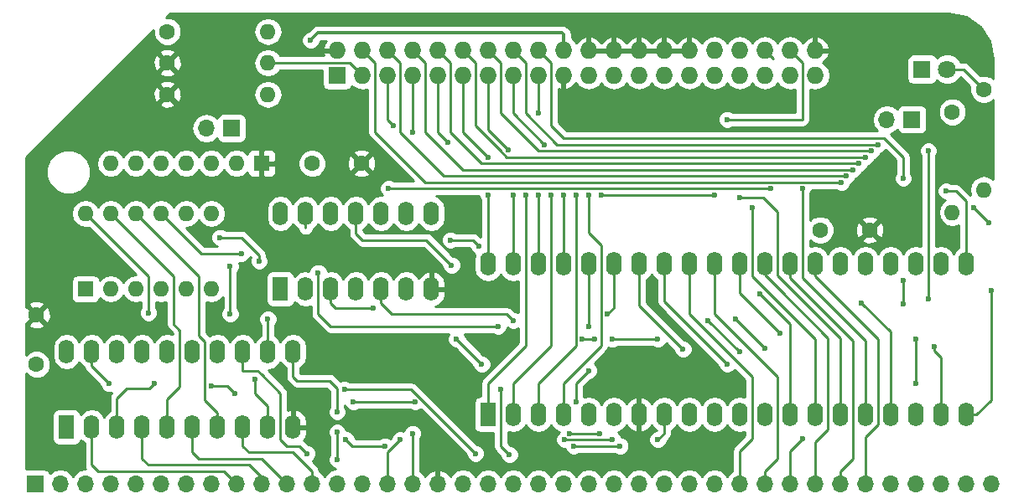
<source format=gtl>
G04 #@! TF.FileFunction,Copper,L1,Top,Signal*
%FSLAX46Y46*%
G04 Gerber Fmt 4.6, Leading zero omitted, Abs format (unit mm)*
G04 Created by KiCad (PCBNEW 4.0.5) date 09/23/17 21:45:55*
%MOMM*%
%LPD*%
G01*
G04 APERTURE LIST*
%ADD10C,0.100000*%
%ADD11R,1.600000X2.400000*%
%ADD12O,1.600000X2.400000*%
%ADD13R,1.600000X1.600000*%
%ADD14O,1.600000X1.600000*%
%ADD15C,1.600000*%
%ADD16R,1.800000X1.800000*%
%ADD17C,1.800000*%
%ADD18R,1.700000X1.700000*%
%ADD19O,1.700000X1.700000*%
%ADD20R,1.727200X1.727200*%
%ADD21O,1.727200X1.727200*%
%ADD22C,0.600000*%
%ADD23C,0.250000*%
%ADD24C,0.350000*%
%ADD25C,0.254000*%
G04 APERTURE END LIST*
D10*
D11*
X201295000Y-144780000D03*
D12*
X249555000Y-129540000D03*
X203835000Y-144780000D03*
X247015000Y-129540000D03*
X206375000Y-144780000D03*
X244475000Y-129540000D03*
X208915000Y-144780000D03*
X241935000Y-129540000D03*
X211455000Y-144780000D03*
X239395000Y-129540000D03*
X213995000Y-144780000D03*
X236855000Y-129540000D03*
X216535000Y-144780000D03*
X234315000Y-129540000D03*
X219075000Y-144780000D03*
X231775000Y-129540000D03*
X221615000Y-144780000D03*
X229235000Y-129540000D03*
X224155000Y-144780000D03*
X226695000Y-129540000D03*
X226695000Y-144780000D03*
X224155000Y-129540000D03*
X229235000Y-144780000D03*
X221615000Y-129540000D03*
X231775000Y-144780000D03*
X219075000Y-129540000D03*
X234315000Y-144780000D03*
X216535000Y-129540000D03*
X236855000Y-144780000D03*
X213995000Y-129540000D03*
X239395000Y-144780000D03*
X211455000Y-129540000D03*
X241935000Y-144780000D03*
X208915000Y-129540000D03*
X244475000Y-144780000D03*
X206375000Y-129540000D03*
X247015000Y-144780000D03*
X203835000Y-129540000D03*
X249555000Y-144780000D03*
X201295000Y-129540000D03*
D13*
X160655000Y-132080000D03*
D14*
X173355000Y-124460000D03*
X163195000Y-132080000D03*
X170815000Y-124460000D03*
X165735000Y-132080000D03*
X168275000Y-124460000D03*
X168275000Y-132080000D03*
X165735000Y-124460000D03*
X170815000Y-132080000D03*
X163195000Y-124460000D03*
X173355000Y-132080000D03*
X160655000Y-124460000D03*
D15*
X155702000Y-139700000D03*
X155702000Y-134700000D03*
X183515000Y-119380000D03*
X188515000Y-119380000D03*
X234823000Y-126111000D03*
X239823000Y-126111000D03*
D16*
X245110000Y-109855000D03*
D17*
X247650000Y-109855000D03*
D18*
X155575000Y-151765000D03*
D19*
X158115000Y-151765000D03*
X160655000Y-151765000D03*
X163195000Y-151765000D03*
X165735000Y-151765000D03*
X168275000Y-151765000D03*
X170815000Y-151765000D03*
X173355000Y-151765000D03*
X175895000Y-151765000D03*
X178435000Y-151765000D03*
X180975000Y-151765000D03*
X183515000Y-151765000D03*
X186055000Y-151765000D03*
X188595000Y-151765000D03*
X191135000Y-151765000D03*
X193675000Y-151765000D03*
X196215000Y-151765000D03*
X198755000Y-151765000D03*
X201295000Y-151765000D03*
X203835000Y-151765000D03*
X206375000Y-151765000D03*
X208915000Y-151765000D03*
X211455000Y-151765000D03*
X213995000Y-151765000D03*
X216535000Y-151765000D03*
X219075000Y-151765000D03*
X221615000Y-151765000D03*
X224155000Y-151765000D03*
X226695000Y-151765000D03*
X229235000Y-151765000D03*
X231775000Y-151765000D03*
X234315000Y-151765000D03*
X236855000Y-151765000D03*
X239395000Y-151765000D03*
X241935000Y-151765000D03*
X244475000Y-151765000D03*
X247015000Y-151765000D03*
X249555000Y-151765000D03*
X252095000Y-151765000D03*
D20*
X186055000Y-110490000D03*
D21*
X186055000Y-107950000D03*
X188595000Y-110490000D03*
X188595000Y-107950000D03*
X191135000Y-110490000D03*
X191135000Y-107950000D03*
X193675000Y-110490000D03*
X193675000Y-107950000D03*
X196215000Y-110490000D03*
X196215000Y-107950000D03*
X198755000Y-110490000D03*
X198755000Y-107950000D03*
X201295000Y-110490000D03*
X201295000Y-107950000D03*
X203835000Y-110490000D03*
X203835000Y-107950000D03*
X206375000Y-110490000D03*
X206375000Y-107950000D03*
X208915000Y-110490000D03*
X208915000Y-107950000D03*
X211455000Y-110490000D03*
X211455000Y-107950000D03*
X213995000Y-110490000D03*
X213995000Y-107950000D03*
X216535000Y-110490000D03*
X216535000Y-107950000D03*
X219075000Y-110490000D03*
X219075000Y-107950000D03*
X221615000Y-110490000D03*
X221615000Y-107950000D03*
X224155000Y-110490000D03*
X224155000Y-107950000D03*
X226695000Y-110490000D03*
X226695000Y-107950000D03*
X229235000Y-110490000D03*
X229235000Y-107950000D03*
X231775000Y-110490000D03*
X231775000Y-107950000D03*
X234315000Y-110490000D03*
X234315000Y-107950000D03*
D15*
X251333000Y-111887000D03*
D14*
X251333000Y-122047000D03*
D15*
X248158000Y-114173000D03*
D14*
X248158000Y-124333000D03*
D15*
X168910000Y-109220000D03*
D14*
X179070000Y-109220000D03*
D15*
X168910000Y-106045000D03*
D14*
X179070000Y-106045000D03*
D13*
X178435000Y-119380000D03*
D14*
X175895000Y-119380000D03*
X173355000Y-119380000D03*
X170815000Y-119380000D03*
X168275000Y-119380000D03*
X165735000Y-119380000D03*
X163195000Y-119380000D03*
D11*
X158750000Y-146050000D03*
D12*
X181610000Y-138430000D03*
X161290000Y-146050000D03*
X179070000Y-138430000D03*
X163830000Y-146050000D03*
X176530000Y-138430000D03*
X166370000Y-146050000D03*
X173990000Y-138430000D03*
X168910000Y-146050000D03*
X171450000Y-138430000D03*
X171450000Y-146050000D03*
X168910000Y-138430000D03*
X173990000Y-146050000D03*
X166370000Y-138430000D03*
X176530000Y-146050000D03*
X163830000Y-138430000D03*
X179070000Y-146050000D03*
X161290000Y-138430000D03*
X181610000Y-146050000D03*
X158750000Y-138430000D03*
D11*
X180340000Y-132080000D03*
D12*
X195580000Y-124460000D03*
X182880000Y-132080000D03*
X193040000Y-124460000D03*
X185420000Y-132080000D03*
X190500000Y-124460000D03*
X187960000Y-132080000D03*
X187960000Y-124460000D03*
X190500000Y-132080000D03*
X185420000Y-124460000D03*
X193040000Y-132080000D03*
X182880000Y-124460000D03*
X195580000Y-132080000D03*
X180340000Y-124460000D03*
D18*
X175387000Y-115824000D03*
D19*
X172847000Y-115824000D03*
D18*
X244094000Y-114935000D03*
D19*
X241554000Y-114935000D03*
D15*
X168910000Y-112395000D03*
D14*
X179070000Y-112395000D03*
D22*
X175768000Y-142621000D03*
X173355000Y-141859000D03*
X200025000Y-148717000D03*
X186817000Y-142240000D03*
X211455000Y-135890000D03*
X211455000Y-140335000D03*
X210185000Y-143510000D03*
X186055000Y-146558000D03*
X186055000Y-144526000D03*
X186055000Y-149352000D03*
X183007000Y-148717000D03*
X209042000Y-147320000D03*
X213868000Y-147320000D03*
X218440000Y-147320000D03*
X192405000Y-147320000D03*
X212598000Y-146685000D03*
X209550000Y-146685000D03*
X193675000Y-146685000D03*
X198120000Y-137160000D03*
X200660000Y-139700000D03*
X203454000Y-148844000D03*
X202565000Y-142240000D03*
X190881000Y-147955000D03*
X186944000Y-147320000D03*
X214620000Y-147955000D03*
X209931000Y-147955000D03*
X220980000Y-138176000D03*
X225425000Y-139700000D03*
X230759000Y-136525000D03*
X233045000Y-147193000D03*
X208915000Y-122555000D03*
X236982000Y-121285000D03*
X191770000Y-115570000D03*
X206375000Y-122555000D03*
X237490000Y-120650000D03*
X203835000Y-122555000D03*
X193675000Y-116205000D03*
X238125000Y-120015000D03*
X201295000Y-122555000D03*
X197231000Y-117221000D03*
X238760000Y-119380000D03*
X205105000Y-122555000D03*
X201295000Y-118745000D03*
X247523000Y-122174000D03*
X239395000Y-118745000D03*
X203327000Y-117983000D03*
X207645000Y-122555000D03*
X252095000Y-132207000D03*
X250317000Y-123825000D03*
X251841000Y-125349000D03*
X240030000Y-118110000D03*
X210185000Y-122555000D03*
X207010000Y-117475000D03*
X246380000Y-137922000D03*
X245745000Y-133096000D03*
X245745000Y-118110000D03*
X240665000Y-117475000D03*
X211455000Y-122555000D03*
X206375000Y-114300000D03*
X244475000Y-141605000D03*
X244475000Y-137160000D03*
X243205000Y-131191000D03*
X243205000Y-120904000D03*
X243205000Y-133604000D03*
X183388000Y-106934000D03*
X226695000Y-122809000D03*
X227965000Y-123825000D03*
X233045000Y-121920000D03*
X229870000Y-121920000D03*
X191262000Y-121920000D03*
X225425000Y-114935000D03*
X224155000Y-122555000D03*
X212725000Y-122555000D03*
X175260000Y-134620000D03*
X175260000Y-129794000D03*
X179070000Y-135128000D03*
X178181000Y-129286000D03*
X174244000Y-126873000D03*
X177800000Y-141224000D03*
X176403000Y-128524000D03*
X167005000Y-134493000D03*
X167640000Y-141605000D03*
X163068000Y-141658000D03*
X187706000Y-143510000D03*
X193929000Y-143510000D03*
X202311000Y-135890000D03*
X213868000Y-137160000D03*
X218440000Y-137160000D03*
X184150000Y-130429000D03*
X210820000Y-137160000D03*
X212090000Y-137160000D03*
X223520000Y-135255000D03*
X226695000Y-138430000D03*
X203835000Y-135255000D03*
X229235000Y-138049000D03*
X226314000Y-135128000D03*
X189738000Y-133985000D03*
X228737000Y-132598000D03*
X200406000Y-127762000D03*
X197485000Y-127127000D03*
X213360000Y-134620000D03*
X239014000Y-133477000D03*
X197612000Y-129667000D03*
D23*
X173355000Y-141859000D02*
X174879000Y-141859000D01*
X175768000Y-142621000D02*
X175006000Y-141859000D01*
X175006000Y-141859000D02*
X174879000Y-141859000D01*
X200025000Y-148717000D02*
X193548000Y-142240000D01*
X193548000Y-142240000D02*
X186817000Y-142240000D01*
X211455000Y-135890000D02*
X211455000Y-129540000D01*
X210185000Y-143510000D02*
X210185000Y-141605000D01*
X210185000Y-141605000D02*
X211455000Y-140335000D01*
X247650000Y-109855000D02*
X249301000Y-109855000D01*
X249301000Y-109855000D02*
X251333000Y-111887000D01*
X161290000Y-146050000D02*
X161290000Y-149860000D01*
X161290000Y-149860000D02*
X161925000Y-150495000D01*
X161925000Y-150495000D02*
X174625000Y-150495000D01*
X174625000Y-150495000D02*
X175895000Y-151765000D01*
X178435000Y-151130000D02*
X178435000Y-151765000D01*
X177165000Y-149860000D02*
X178435000Y-151130000D01*
X167005000Y-149860000D02*
X177165000Y-149860000D01*
X166370000Y-149225000D02*
X167005000Y-149860000D01*
X166370000Y-146050000D02*
X166370000Y-149225000D01*
X172085000Y-149225000D02*
X178435000Y-149225000D01*
X178435000Y-149225000D02*
X180975000Y-151765000D01*
X171450000Y-148590000D02*
X172085000Y-149225000D01*
X171450000Y-146050000D02*
X171450000Y-148590000D01*
X176530000Y-146050000D02*
X176530000Y-147955000D01*
X176530000Y-147955000D02*
X177165000Y-148590000D01*
X177165000Y-148590000D02*
X181610000Y-148590000D01*
X181610000Y-148590000D02*
X183515000Y-150495000D01*
X183515000Y-150495000D02*
X183515000Y-151765000D01*
X186055000Y-144526000D02*
X186055000Y-142113000D01*
X186055000Y-142113000D02*
X185293000Y-141351000D01*
X185293000Y-141351000D02*
X181991000Y-141351000D01*
X181991000Y-141351000D02*
X181610000Y-140970000D01*
X181610000Y-140970000D02*
X181610000Y-138430000D01*
X186055000Y-146558000D02*
X186055000Y-149352000D01*
X186055000Y-149098000D02*
X186055000Y-149215000D01*
X181610000Y-138430000D02*
X181610000Y-138830000D01*
X178416000Y-140697000D02*
X178054000Y-140335000D01*
X178054000Y-140335000D02*
X176530000Y-140335000D01*
X178416000Y-140716000D02*
X178416000Y-140697000D01*
X180975000Y-147955000D02*
X182245000Y-147955000D01*
X182245000Y-147955000D02*
X183007000Y-148717000D01*
X180340000Y-147320000D02*
X180975000Y-147955000D01*
X176530000Y-138430000D02*
X176530000Y-140335000D01*
X178416000Y-140716000D02*
X180340000Y-142640000D01*
X180340000Y-142640000D02*
X180340000Y-147320000D01*
X213868000Y-147320000D02*
X209042000Y-147320000D01*
X191135000Y-148590000D02*
X191135000Y-151765000D01*
X192405000Y-147320000D02*
X191135000Y-148590000D01*
X219075000Y-146685000D02*
X218440000Y-147320000D01*
X219075000Y-144780000D02*
X219075000Y-146685000D01*
X212598000Y-146685000D02*
X209550000Y-146685000D01*
X209560000Y-146695000D02*
X209550000Y-146685000D01*
X193675000Y-151765000D02*
X193675000Y-146685000D01*
X200660000Y-139700000D02*
X198120000Y-137160000D01*
X202565000Y-147955000D02*
X203454000Y-148844000D01*
X202565000Y-147955000D02*
X202565000Y-142240000D01*
X190500000Y-147955000D02*
X190881000Y-147955000D01*
X190500000Y-147955000D02*
X187579000Y-147955000D01*
X187579000Y-147955000D02*
X186944000Y-147320000D01*
X209931000Y-147955000D02*
X214620000Y-147955000D01*
X216535000Y-133350000D02*
X216535000Y-133731000D01*
X216535000Y-133731000D02*
X220980000Y-138176000D01*
X216535000Y-129540000D02*
X216535000Y-133350000D01*
X219075000Y-129540000D02*
X219075000Y-133350000D01*
X219075000Y-133350000D02*
X225425000Y-139700000D01*
X221615000Y-129540000D02*
X221615000Y-134620000D01*
X221615000Y-134620000D02*
X227965000Y-140970000D01*
X227965000Y-140970000D02*
X227965000Y-147193000D01*
X227965000Y-147193000D02*
X226695000Y-148463000D01*
X226695000Y-148463000D02*
X226695000Y-151765000D01*
X224155000Y-129540000D02*
X224155000Y-134620000D01*
X224155000Y-134620000D02*
X230505000Y-140970000D01*
X230505000Y-140970000D02*
X230505000Y-149292919D01*
X230505000Y-149292919D02*
X229235000Y-150562919D01*
X229235000Y-150562919D02*
X229235000Y-151765000D01*
X228092000Y-133858000D02*
X230759000Y-136525000D01*
X233045000Y-147193000D02*
X231775000Y-148463000D01*
X231775000Y-148463000D02*
X231775000Y-151765000D01*
X228092000Y-133858000D02*
X226695000Y-132461000D01*
X226695000Y-132461000D02*
X226695000Y-129540000D01*
X229235000Y-129540000D02*
X229235000Y-130671370D01*
X229235000Y-130671370D02*
X229250782Y-130671370D01*
X229250782Y-130671370D02*
X230659412Y-132080000D01*
X230659412Y-132080000D02*
X230659412Y-132107412D01*
X230659412Y-132107412D02*
X235585000Y-137033000D01*
X235585000Y-137033000D02*
X235585000Y-146304000D01*
X235585000Y-146304000D02*
X234315000Y-147574000D01*
X234315000Y-147574000D02*
X234315000Y-151765000D01*
X231775000Y-129540000D02*
X231775000Y-130937000D01*
X231775000Y-130937000D02*
X238125000Y-137287000D01*
X238125000Y-137287000D02*
X238125000Y-149292919D01*
X238125000Y-149292919D02*
X236855000Y-150562919D01*
X236855000Y-150562919D02*
X236855000Y-151765000D01*
X234315000Y-129540000D02*
X234315000Y-130810000D01*
X234315000Y-130810000D02*
X240665000Y-137160000D01*
X240665000Y-137160000D02*
X240665000Y-145796000D01*
X240665000Y-145796000D02*
X239395000Y-147066000D01*
X239395000Y-147066000D02*
X239395000Y-151765000D01*
X185420000Y-111125000D02*
X186055000Y-110490000D01*
X208915000Y-122555000D02*
X208915000Y-129540000D01*
X187325000Y-109220000D02*
X188595000Y-110490000D01*
X179070000Y-109220000D02*
X187325000Y-109220000D01*
X194945000Y-121285000D02*
X236982000Y-121285000D01*
X189865000Y-116205000D02*
X194945000Y-121285000D01*
X189865000Y-113030000D02*
X189865000Y-116205000D01*
X189865000Y-109220000D02*
X189865000Y-113030000D01*
X189458599Y-108813599D02*
X189865000Y-109220000D01*
X188595000Y-107950000D02*
X189458599Y-108813599D01*
X191135000Y-114935000D02*
X191135000Y-110490000D01*
X191770000Y-115570000D02*
X191135000Y-114935000D01*
X206375000Y-129540000D02*
X206375000Y-122555000D01*
X196850000Y-120650000D02*
X237490000Y-120650000D01*
X192405000Y-116205000D02*
X196850000Y-120650000D01*
X192405000Y-109220000D02*
X192405000Y-116205000D01*
X191998599Y-108813599D02*
X192405000Y-109220000D01*
X191135000Y-107950000D02*
X191998599Y-108813599D01*
X203835000Y-122555000D02*
X203835000Y-129540000D01*
X193675000Y-110490000D02*
X193675000Y-116205000D01*
X198755000Y-120015000D02*
X238125000Y-120015000D01*
X194945000Y-116205000D02*
X198755000Y-120015000D01*
X194945000Y-109220000D02*
X194945000Y-116205000D01*
X194538599Y-108813599D02*
X194945000Y-109220000D01*
X193675000Y-107950000D02*
X194538599Y-108813599D01*
X201295000Y-122555000D02*
X201295000Y-129540000D01*
X197231000Y-117221000D02*
X196215000Y-116205000D01*
X196215000Y-116205000D02*
X196215000Y-110490000D01*
X200660000Y-119380000D02*
X238760000Y-119380000D01*
X197485000Y-116205000D02*
X200660000Y-119380000D01*
X197485000Y-115570000D02*
X197485000Y-116205000D01*
X197485000Y-109220000D02*
X197485000Y-115570000D01*
X196215000Y-107950000D02*
X197485000Y-109220000D01*
X205105000Y-122555000D02*
X205105000Y-137795000D01*
X205105000Y-137795000D02*
X201295000Y-141605000D01*
X201295000Y-141605000D02*
X201295000Y-144780000D01*
X198755000Y-110490000D02*
X198755000Y-116205000D01*
X198755000Y-116205000D02*
X201295000Y-118745000D01*
X248539000Y-122174000D02*
X249555000Y-123190000D01*
X249555000Y-123190000D02*
X249555000Y-124460000D01*
X247523000Y-122174000D02*
X248539000Y-122174000D01*
X249555000Y-124460000D02*
X249555000Y-129540000D01*
X203200000Y-118745000D02*
X239395000Y-118745000D01*
X202565000Y-118110000D02*
X203200000Y-118745000D01*
X200025000Y-115570000D02*
X202565000Y-118110000D01*
X200025000Y-114300000D02*
X200025000Y-115570000D01*
X200025000Y-109220000D02*
X200025000Y-114300000D01*
X199618599Y-108813599D02*
X200025000Y-109220000D01*
X198755000Y-107950000D02*
X199618599Y-108813599D01*
X201295000Y-115824000D02*
X201295000Y-115956116D01*
X201295000Y-115570000D02*
X201295000Y-115824000D01*
X201295000Y-115824000D02*
X201295000Y-115951000D01*
X201295000Y-115951000D02*
X203327000Y-117983000D01*
X203835000Y-141605000D02*
X203835000Y-144780000D01*
X207645000Y-137795000D02*
X203835000Y-141605000D01*
X207645000Y-122555000D02*
X207645000Y-137795000D01*
X201295000Y-110490000D02*
X201295000Y-115570000D01*
X252095000Y-132207000D02*
X252095000Y-143290000D01*
X252095000Y-143290000D02*
X250605000Y-144780000D01*
X250605000Y-144780000D02*
X249555000Y-144780000D01*
X251841000Y-125349000D02*
X250317000Y-123825000D01*
X206375000Y-118110000D02*
X240030000Y-118110000D01*
X202565000Y-114300000D02*
X206375000Y-118110000D01*
X202565000Y-113030000D02*
X202565000Y-114300000D01*
X202565000Y-109220000D02*
X202565000Y-113030000D01*
X202158599Y-108813599D02*
X202565000Y-109220000D01*
X201295000Y-107950000D02*
X202158599Y-108813599D01*
X210185000Y-122555000D02*
X210185000Y-137795000D01*
X210185000Y-137795000D02*
X206375000Y-141605000D01*
X206375000Y-141605000D02*
X206375000Y-144780000D01*
X203835000Y-114300000D02*
X207010000Y-117475000D01*
X203835000Y-113666410D02*
X203835000Y-114300000D01*
X203835000Y-110490000D02*
X203835000Y-113666410D01*
X246380000Y-137922000D02*
X246380000Y-138346264D01*
X246380000Y-138346264D02*
X247015000Y-138981264D01*
X247015000Y-138981264D02*
X247015000Y-139700000D01*
X245745000Y-118110000D02*
X245745000Y-133096000D01*
X247015000Y-139700000D02*
X247015000Y-144780000D01*
X203835000Y-107950000D02*
X205105000Y-109220000D01*
X205105000Y-109220000D02*
X205105000Y-114300000D01*
X205105000Y-114300000D02*
X208280000Y-117475000D01*
X208280000Y-117475000D02*
X240665000Y-117475000D01*
X208915000Y-141605000D02*
X208915000Y-144780000D01*
X212725000Y-137795000D02*
X208915000Y-141605000D01*
X212725000Y-127635000D02*
X212725000Y-137795000D01*
X211455000Y-126365000D02*
X212725000Y-127635000D01*
X211455000Y-122555000D02*
X211455000Y-126365000D01*
X206375000Y-110490000D02*
X206375000Y-114300000D01*
X244475000Y-137160000D02*
X244475000Y-141605000D01*
X243205000Y-131191000D02*
X243205000Y-133604000D01*
X243205000Y-118745000D02*
X243205000Y-120904000D01*
X243205000Y-133350000D02*
X243205000Y-133604000D01*
X206375000Y-107950000D02*
X207645000Y-109220000D01*
X207645000Y-109220000D02*
X207645000Y-115570000D01*
X207645000Y-115570000D02*
X208915000Y-116840000D01*
X208915000Y-116840000D02*
X241300000Y-116840000D01*
X241300000Y-116840000D02*
X243205000Y-118745000D01*
D24*
X184150000Y-106172000D02*
X183388000Y-106934000D01*
X208788000Y-106172000D02*
X185039000Y-106172000D01*
X185039000Y-106172000D02*
X184150000Y-106172000D01*
X208915000Y-107950000D02*
X208915000Y-106299000D01*
X208915000Y-106299000D02*
X208788000Y-106172000D01*
D23*
X226695000Y-122809000D02*
X229044500Y-122809000D01*
X229044500Y-122809000D02*
X230505000Y-124269500D01*
X230505000Y-124269500D02*
X230505000Y-130683000D01*
X230505000Y-130683000D02*
X236855000Y-137033000D01*
X236855000Y-137033000D02*
X236855000Y-143648630D01*
X236855000Y-143648630D02*
X236855000Y-144780000D01*
X234315000Y-144780000D02*
X234315000Y-137160000D01*
X234315000Y-137160000D02*
X227965000Y-130810000D01*
X227965000Y-130810000D02*
X227965000Y-123825000D01*
X233045000Y-121920000D02*
X233045000Y-128016000D01*
X233045000Y-128016000D02*
X233046410Y-128017410D01*
X239395000Y-137541000D02*
X239395000Y-144780000D01*
X233046410Y-128017410D02*
X233046410Y-130935590D01*
X233046410Y-130935590D02*
X239395000Y-137284180D01*
X239395000Y-137284180D02*
X239395000Y-137541000D01*
X229235000Y-107950000D02*
X230098599Y-108813599D01*
X193167000Y-121920000D02*
X229870000Y-121920000D01*
X191262000Y-121920000D02*
X193167000Y-121920000D01*
X233045000Y-109220000D02*
X231775000Y-107950000D01*
X233045000Y-114935000D02*
X233045000Y-109220000D01*
X225425000Y-114935000D02*
X233045000Y-114935000D01*
X212725000Y-122555000D02*
X224155000Y-122555000D01*
X175260000Y-134620000D02*
X175260000Y-129794000D01*
X179070000Y-135128000D02*
X179070000Y-135890000D01*
X178054000Y-128524000D02*
X178181000Y-128651000D01*
X178181000Y-128651000D02*
X178181000Y-129286000D01*
X177800000Y-128270000D02*
X178054000Y-128524000D01*
X179070000Y-135890000D02*
X179070000Y-138430000D01*
X176403000Y-126873000D02*
X177800000Y-128270000D01*
X174244000Y-126873000D02*
X176403000Y-126873000D01*
X177800000Y-142621000D02*
X177800000Y-141224000D01*
X177800000Y-142621000D02*
X179070000Y-143891000D01*
X179070000Y-143891000D02*
X179070000Y-146050000D01*
X168275000Y-124460000D02*
X172339000Y-128524000D01*
X172339000Y-128524000D02*
X173213998Y-128524000D01*
X173213998Y-128524000D02*
X176403000Y-128524000D01*
X172085000Y-130810000D02*
X172085000Y-136779000D01*
X165735000Y-124460000D02*
X172085000Y-130810000D01*
X172085000Y-136779000D02*
X172720000Y-137414000D01*
X172720000Y-137414000D02*
X172720000Y-143330000D01*
X172720000Y-143330000D02*
X173990000Y-144600000D01*
X173990000Y-144600000D02*
X173990000Y-146050000D01*
X168910000Y-146050000D02*
X168910000Y-143256000D01*
X170180000Y-141986000D02*
X170180000Y-136271000D01*
X169545000Y-130810000D02*
X163195000Y-124460000D01*
X168910000Y-143256000D02*
X170180000Y-141986000D01*
X170180000Y-136271000D02*
X169545000Y-135636000D01*
X169545000Y-135636000D02*
X169545000Y-130810000D01*
X167005000Y-130810000D02*
X167005000Y-134493000D01*
X163830000Y-146050000D02*
X163830000Y-143129000D01*
X163830000Y-143129000D02*
X164846000Y-142113000D01*
X164846000Y-142113000D02*
X167132000Y-142113000D01*
X167132000Y-142113000D02*
X167640000Y-141605000D01*
X167005000Y-130810000D02*
X160655000Y-124460000D01*
X161290000Y-138430000D02*
X161290000Y-139880000D01*
X161290000Y-139880000D02*
X163068000Y-141658000D01*
X193929000Y-143510000D02*
X187706000Y-143510000D01*
X198120000Y-135890000D02*
X202311000Y-135890000D01*
X218440000Y-137160000D02*
X213868000Y-137160000D01*
X184150000Y-134620000D02*
X184150000Y-130429000D01*
X182880000Y-125910000D02*
X182880000Y-124460000D01*
X185420000Y-135890000D02*
X184150000Y-134620000D01*
X198120000Y-135890000D02*
X185420000Y-135890000D01*
X212090000Y-137160000D02*
X210820000Y-137160000D01*
X223520000Y-135255000D02*
X226695000Y-138430000D01*
X191590000Y-134620000D02*
X203200000Y-134620000D01*
X203200000Y-134620000D02*
X203835000Y-135255000D01*
X190500000Y-132080000D02*
X190500000Y-133530000D01*
X190500000Y-133530000D02*
X191590000Y-134620000D01*
X226314000Y-135128000D02*
X229235000Y-138049000D01*
X185420000Y-132080000D02*
X185420000Y-133530000D01*
X185420000Y-133530000D02*
X185875000Y-133985000D01*
X185875000Y-133985000D02*
X187325000Y-133985000D01*
X187325000Y-133985000D02*
X189738000Y-133985000D01*
X228737000Y-132598000D02*
X231775000Y-135636000D01*
X231775000Y-135636000D02*
X231775000Y-144780000D01*
X197485000Y-127127000D02*
X199771000Y-127127000D01*
X200406000Y-127762000D02*
X200106001Y-127462001D01*
X200106001Y-127462001D02*
X199771000Y-127127000D01*
X213995000Y-133985000D02*
X213995000Y-129540000D01*
X213360000Y-134620000D02*
X213995000Y-133985000D01*
X239014000Y-133477000D02*
X241935000Y-136398000D01*
X241935000Y-136398000D02*
X241935000Y-144780000D01*
X195072000Y-127127000D02*
X197612000Y-129667000D01*
X187960000Y-126492000D02*
X188595000Y-127127000D01*
X188595000Y-127127000D02*
X195072000Y-127127000D01*
X187960000Y-124460000D02*
X187960000Y-126492000D01*
D25*
G36*
X249523673Y-104568110D02*
X250969332Y-105534068D01*
X251935290Y-106979727D01*
X252290000Y-108762971D01*
X252290000Y-110814503D01*
X252146923Y-110671176D01*
X251619691Y-110452250D01*
X251048813Y-110451752D01*
X250994851Y-110474049D01*
X249838401Y-109317599D01*
X249591839Y-109152852D01*
X249301000Y-109095000D01*
X248996846Y-109095000D01*
X248952068Y-108986629D01*
X248520643Y-108554449D01*
X247956670Y-108320267D01*
X247346009Y-108319735D01*
X246781629Y-108552932D01*
X246613387Y-108720880D01*
X246613162Y-108719683D01*
X246474090Y-108503559D01*
X246261890Y-108358569D01*
X246010000Y-108307560D01*
X244210000Y-108307560D01*
X243974683Y-108351838D01*
X243758559Y-108490910D01*
X243613569Y-108703110D01*
X243562560Y-108955000D01*
X243562560Y-110755000D01*
X243606838Y-110990317D01*
X243745910Y-111206441D01*
X243958110Y-111351431D01*
X244210000Y-111402440D01*
X246010000Y-111402440D01*
X246245317Y-111358162D01*
X246461441Y-111219090D01*
X246606431Y-111006890D01*
X246610567Y-110986466D01*
X246779357Y-111155551D01*
X247343330Y-111389733D01*
X247953991Y-111390265D01*
X248518371Y-111157068D01*
X248950551Y-110725643D01*
X248993473Y-110622275D01*
X249919744Y-111548546D01*
X249898250Y-111600309D01*
X249897752Y-112171187D01*
X250115757Y-112698800D01*
X250519077Y-113102824D01*
X251046309Y-113321750D01*
X251617187Y-113322248D01*
X252144800Y-113104243D01*
X252290000Y-112959296D01*
X252290000Y-120965636D01*
X251882151Y-120693120D01*
X251333000Y-120583887D01*
X250783849Y-120693120D01*
X250318302Y-121004189D01*
X250007233Y-121469736D01*
X249898000Y-122018887D01*
X249898000Y-122075113D01*
X249993121Y-122553319D01*
X249076401Y-121636599D01*
X248829839Y-121471852D01*
X248539000Y-121414000D01*
X248085463Y-121414000D01*
X248053327Y-121381808D01*
X247709799Y-121239162D01*
X247337833Y-121238838D01*
X246994057Y-121380883D01*
X246730808Y-121643673D01*
X246588162Y-121987201D01*
X246587838Y-122359167D01*
X246729883Y-122702943D01*
X246992673Y-122966192D01*
X247336201Y-123108838D01*
X247414610Y-123108906D01*
X247143302Y-123290189D01*
X246832233Y-123755736D01*
X246723000Y-124304887D01*
X246723000Y-124361113D01*
X246832233Y-124910264D01*
X247143302Y-125375811D01*
X247608849Y-125686880D01*
X248158000Y-125796113D01*
X248707151Y-125686880D01*
X248795000Y-125628181D01*
X248795000Y-127919168D01*
X248540302Y-128089352D01*
X248285000Y-128471438D01*
X248029698Y-128089352D01*
X247564151Y-127778283D01*
X247015000Y-127669050D01*
X246505000Y-127770495D01*
X246505000Y-118672463D01*
X246537192Y-118640327D01*
X246679838Y-118296799D01*
X246680162Y-117924833D01*
X246538117Y-117581057D01*
X246275327Y-117317808D01*
X245931799Y-117175162D01*
X245559833Y-117174838D01*
X245216057Y-117316883D01*
X244952808Y-117579673D01*
X244810162Y-117923201D01*
X244809838Y-118295167D01*
X244951883Y-118638943D01*
X244985000Y-118672118D01*
X244985000Y-127770495D01*
X244475000Y-127669050D01*
X243925849Y-127778283D01*
X243460302Y-128089352D01*
X243205000Y-128471438D01*
X242949698Y-128089352D01*
X242484151Y-127778283D01*
X241935000Y-127669050D01*
X241385849Y-127778283D01*
X240920302Y-128089352D01*
X240665000Y-128471438D01*
X240409698Y-128089352D01*
X239944151Y-127778283D01*
X239395000Y-127669050D01*
X238845849Y-127778283D01*
X238380302Y-128089352D01*
X238125000Y-128471438D01*
X237869698Y-128089352D01*
X237404151Y-127778283D01*
X236855000Y-127669050D01*
X236305849Y-127778283D01*
X235840302Y-128089352D01*
X235585000Y-128471438D01*
X235329698Y-128089352D01*
X234864151Y-127778283D01*
X234315000Y-127669050D01*
X233805000Y-127770495D01*
X233805000Y-127122391D01*
X234009077Y-127326824D01*
X234536309Y-127545750D01*
X235107187Y-127546248D01*
X235634800Y-127328243D01*
X235844663Y-127118745D01*
X238994861Y-127118745D01*
X239068995Y-127364864D01*
X239606223Y-127557965D01*
X240176454Y-127530778D01*
X240577005Y-127364864D01*
X240651139Y-127118745D01*
X239823000Y-126290605D01*
X238994861Y-127118745D01*
X235844663Y-127118745D01*
X236038824Y-126924923D01*
X236257750Y-126397691D01*
X236258189Y-125894223D01*
X238376035Y-125894223D01*
X238403222Y-126464454D01*
X238569136Y-126865005D01*
X238815255Y-126939139D01*
X239643395Y-126111000D01*
X240002605Y-126111000D01*
X240830745Y-126939139D01*
X241076864Y-126865005D01*
X241269965Y-126327777D01*
X241242778Y-125757546D01*
X241076864Y-125356995D01*
X240830745Y-125282861D01*
X240002605Y-126111000D01*
X239643395Y-126111000D01*
X238815255Y-125282861D01*
X238569136Y-125356995D01*
X238376035Y-125894223D01*
X236258189Y-125894223D01*
X236258248Y-125826813D01*
X236040243Y-125299200D01*
X235844640Y-125103255D01*
X238994861Y-125103255D01*
X239823000Y-125931395D01*
X240651139Y-125103255D01*
X240577005Y-124857136D01*
X240039777Y-124664035D01*
X239469546Y-124691222D01*
X239068995Y-124857136D01*
X238994861Y-125103255D01*
X235844640Y-125103255D01*
X235636923Y-124895176D01*
X235109691Y-124676250D01*
X234538813Y-124675752D01*
X234011200Y-124893757D01*
X233805000Y-125099598D01*
X233805000Y-122482463D01*
X233837192Y-122450327D01*
X233979838Y-122106799D01*
X233979892Y-122045000D01*
X236419537Y-122045000D01*
X236451673Y-122077192D01*
X236795201Y-122219838D01*
X237167167Y-122220162D01*
X237510943Y-122078117D01*
X237774192Y-121815327D01*
X237910068Y-121488103D01*
X238018943Y-121443117D01*
X238282192Y-121180327D01*
X238391765Y-120916446D01*
X238653943Y-120808117D01*
X238917192Y-120545327D01*
X239026765Y-120281446D01*
X239288943Y-120173117D01*
X239552192Y-119910327D01*
X239661765Y-119646446D01*
X239923943Y-119538117D01*
X240187192Y-119275327D01*
X240296765Y-119011446D01*
X240558943Y-118903117D01*
X240822192Y-118640327D01*
X240931765Y-118376446D01*
X241193943Y-118268117D01*
X241423829Y-118038631D01*
X242445000Y-119059802D01*
X242445000Y-120341537D01*
X242412808Y-120373673D01*
X242270162Y-120717201D01*
X242269838Y-121089167D01*
X242411883Y-121432943D01*
X242674673Y-121696192D01*
X243018201Y-121838838D01*
X243390167Y-121839162D01*
X243733943Y-121697117D01*
X243997192Y-121434327D01*
X244139838Y-121090799D01*
X244140162Y-120718833D01*
X243998117Y-120375057D01*
X243965000Y-120341882D01*
X243965000Y-118745000D01*
X243907148Y-118454161D01*
X243742401Y-118207599D01*
X241912571Y-116377769D01*
X242122285Y-116336054D01*
X242604054Y-116014147D01*
X242631850Y-115972548D01*
X242640838Y-116020317D01*
X242779910Y-116236441D01*
X242992110Y-116381431D01*
X243244000Y-116432440D01*
X244944000Y-116432440D01*
X245179317Y-116388162D01*
X245395441Y-116249090D01*
X245540431Y-116036890D01*
X245591440Y-115785000D01*
X245591440Y-114457187D01*
X246722752Y-114457187D01*
X246940757Y-114984800D01*
X247344077Y-115388824D01*
X247871309Y-115607750D01*
X248442187Y-115608248D01*
X248969800Y-115390243D01*
X249373824Y-114986923D01*
X249592750Y-114459691D01*
X249593248Y-113888813D01*
X249375243Y-113361200D01*
X248971923Y-112957176D01*
X248444691Y-112738250D01*
X247873813Y-112737752D01*
X247346200Y-112955757D01*
X246942176Y-113359077D01*
X246723250Y-113886309D01*
X246722752Y-114457187D01*
X245591440Y-114457187D01*
X245591440Y-114085000D01*
X245547162Y-113849683D01*
X245408090Y-113633559D01*
X245195890Y-113488569D01*
X244944000Y-113437560D01*
X243244000Y-113437560D01*
X243008683Y-113481838D01*
X242792559Y-113620910D01*
X242647569Y-113833110D01*
X242633914Y-113900541D01*
X242604054Y-113855853D01*
X242122285Y-113533946D01*
X241554000Y-113420907D01*
X240985715Y-113533946D01*
X240503946Y-113855853D01*
X240182039Y-114337622D01*
X240069000Y-114905907D01*
X240069000Y-114964093D01*
X240182039Y-115532378D01*
X240503946Y-116014147D01*
X240602502Y-116080000D01*
X209229802Y-116080000D01*
X208405000Y-115255198D01*
X208405000Y-111874210D01*
X208555973Y-111944968D01*
X208788000Y-111824469D01*
X208788000Y-110617000D01*
X208768000Y-110617000D01*
X208768000Y-110363000D01*
X208788000Y-110363000D01*
X208788000Y-110343000D01*
X209042000Y-110343000D01*
X209042000Y-110363000D01*
X209062000Y-110363000D01*
X209062000Y-110617000D01*
X209042000Y-110617000D01*
X209042000Y-111824469D01*
X209274027Y-111944968D01*
X209803490Y-111696821D01*
X210185008Y-111278839D01*
X210365971Y-111549670D01*
X210852152Y-111874526D01*
X211425641Y-111988600D01*
X211484359Y-111988600D01*
X212057848Y-111874526D01*
X212544029Y-111549670D01*
X212725000Y-111278828D01*
X212905971Y-111549670D01*
X213392152Y-111874526D01*
X213965641Y-111988600D01*
X214024359Y-111988600D01*
X214597848Y-111874526D01*
X215084029Y-111549670D01*
X215265000Y-111278828D01*
X215445971Y-111549670D01*
X215932152Y-111874526D01*
X216505641Y-111988600D01*
X216564359Y-111988600D01*
X217137848Y-111874526D01*
X217624029Y-111549670D01*
X217805000Y-111278828D01*
X217985971Y-111549670D01*
X218472152Y-111874526D01*
X219045641Y-111988600D01*
X219104359Y-111988600D01*
X219677848Y-111874526D01*
X220164029Y-111549670D01*
X220345000Y-111278828D01*
X220525971Y-111549670D01*
X221012152Y-111874526D01*
X221585641Y-111988600D01*
X221644359Y-111988600D01*
X222217848Y-111874526D01*
X222704029Y-111549670D01*
X222885000Y-111278828D01*
X223065971Y-111549670D01*
X223552152Y-111874526D01*
X224125641Y-111988600D01*
X224184359Y-111988600D01*
X224757848Y-111874526D01*
X225244029Y-111549670D01*
X225425000Y-111278828D01*
X225605971Y-111549670D01*
X226092152Y-111874526D01*
X226665641Y-111988600D01*
X226724359Y-111988600D01*
X227297848Y-111874526D01*
X227784029Y-111549670D01*
X227965000Y-111278828D01*
X228145971Y-111549670D01*
X228632152Y-111874526D01*
X229205641Y-111988600D01*
X229264359Y-111988600D01*
X229837848Y-111874526D01*
X230324029Y-111549670D01*
X230505000Y-111278828D01*
X230685971Y-111549670D01*
X231172152Y-111874526D01*
X231745641Y-111988600D01*
X231804359Y-111988600D01*
X232285000Y-111892995D01*
X232285000Y-114175000D01*
X225987463Y-114175000D01*
X225955327Y-114142808D01*
X225611799Y-114000162D01*
X225239833Y-113999838D01*
X224896057Y-114141883D01*
X224632808Y-114404673D01*
X224490162Y-114748201D01*
X224489838Y-115120167D01*
X224631883Y-115463943D01*
X224894673Y-115727192D01*
X225238201Y-115869838D01*
X225610167Y-115870162D01*
X225953943Y-115728117D01*
X225987118Y-115695000D01*
X233045000Y-115695000D01*
X233335839Y-115637148D01*
X233582401Y-115472401D01*
X233747148Y-115225839D01*
X233805000Y-114935000D01*
X233805000Y-111892995D01*
X234285641Y-111988600D01*
X234344359Y-111988600D01*
X234917848Y-111874526D01*
X235404029Y-111549670D01*
X235728885Y-111063489D01*
X235842959Y-110490000D01*
X235728885Y-109916511D01*
X235404029Y-109430330D01*
X235080772Y-109214336D01*
X235203490Y-109156821D01*
X235597688Y-108724947D01*
X235769958Y-108309026D01*
X235648817Y-108077000D01*
X234442000Y-108077000D01*
X234442000Y-108097000D01*
X234188000Y-108097000D01*
X234188000Y-108077000D01*
X234168000Y-108077000D01*
X234168000Y-107823000D01*
X234188000Y-107823000D01*
X234188000Y-106615531D01*
X234442000Y-106615531D01*
X234442000Y-107823000D01*
X235648817Y-107823000D01*
X235769958Y-107590974D01*
X235597688Y-107175053D01*
X235203490Y-106743179D01*
X234674027Y-106495032D01*
X234442000Y-106615531D01*
X234188000Y-106615531D01*
X233955973Y-106495032D01*
X233426510Y-106743179D01*
X233044992Y-107161161D01*
X232864029Y-106890330D01*
X232377848Y-106565474D01*
X231804359Y-106451400D01*
X231745641Y-106451400D01*
X231172152Y-106565474D01*
X230685971Y-106890330D01*
X230505000Y-107161172D01*
X230324029Y-106890330D01*
X229837848Y-106565474D01*
X229264359Y-106451400D01*
X229205641Y-106451400D01*
X228632152Y-106565474D01*
X228145971Y-106890330D01*
X227965000Y-107161172D01*
X227784029Y-106890330D01*
X227297848Y-106565474D01*
X226724359Y-106451400D01*
X226665641Y-106451400D01*
X226092152Y-106565474D01*
X225605971Y-106890330D01*
X225425000Y-107161172D01*
X225244029Y-106890330D01*
X224757848Y-106565474D01*
X224184359Y-106451400D01*
X224125641Y-106451400D01*
X223552152Y-106565474D01*
X223065971Y-106890330D01*
X222885008Y-107161161D01*
X222503490Y-106743179D01*
X221974027Y-106495032D01*
X221742000Y-106615531D01*
X221742000Y-107823000D01*
X221762000Y-107823000D01*
X221762000Y-108077000D01*
X221742000Y-108077000D01*
X221742000Y-108097000D01*
X221488000Y-108097000D01*
X221488000Y-108077000D01*
X219202000Y-108077000D01*
X219202000Y-108097000D01*
X218948000Y-108097000D01*
X218948000Y-108077000D01*
X216662000Y-108077000D01*
X216662000Y-108097000D01*
X216408000Y-108097000D01*
X216408000Y-108077000D01*
X214122000Y-108077000D01*
X214122000Y-108097000D01*
X213868000Y-108097000D01*
X213868000Y-108077000D01*
X211582000Y-108077000D01*
X211582000Y-108097000D01*
X211328000Y-108097000D01*
X211328000Y-108077000D01*
X211308000Y-108077000D01*
X211308000Y-107823000D01*
X211328000Y-107823000D01*
X211328000Y-106615531D01*
X211582000Y-106615531D01*
X211582000Y-107823000D01*
X213868000Y-107823000D01*
X213868000Y-106615531D01*
X214122000Y-106615531D01*
X214122000Y-107823000D01*
X216408000Y-107823000D01*
X216408000Y-106615531D01*
X216662000Y-106615531D01*
X216662000Y-107823000D01*
X218948000Y-107823000D01*
X218948000Y-106615531D01*
X219202000Y-106615531D01*
X219202000Y-107823000D01*
X221488000Y-107823000D01*
X221488000Y-106615531D01*
X221255973Y-106495032D01*
X220726510Y-106743179D01*
X220345000Y-107161152D01*
X219963490Y-106743179D01*
X219434027Y-106495032D01*
X219202000Y-106615531D01*
X218948000Y-106615531D01*
X218715973Y-106495032D01*
X218186510Y-106743179D01*
X217805000Y-107161152D01*
X217423490Y-106743179D01*
X216894027Y-106495032D01*
X216662000Y-106615531D01*
X216408000Y-106615531D01*
X216175973Y-106495032D01*
X215646510Y-106743179D01*
X215265000Y-107161152D01*
X214883490Y-106743179D01*
X214354027Y-106495032D01*
X214122000Y-106615531D01*
X213868000Y-106615531D01*
X213635973Y-106495032D01*
X213106510Y-106743179D01*
X212725000Y-107161152D01*
X212343490Y-106743179D01*
X211814027Y-106495032D01*
X211582000Y-106615531D01*
X211328000Y-106615531D01*
X211095973Y-106495032D01*
X210566510Y-106743179D01*
X210184992Y-107161161D01*
X210004029Y-106890330D01*
X209725000Y-106703889D01*
X209725000Y-106299000D01*
X209663342Y-105989026D01*
X209575549Y-105857635D01*
X209487756Y-105726243D01*
X209360756Y-105599244D01*
X209288042Y-105550658D01*
X209097974Y-105423658D01*
X208788000Y-105362000D01*
X184150000Y-105362000D01*
X183977897Y-105396234D01*
X183840027Y-105423657D01*
X183577244Y-105599243D01*
X183159917Y-106016570D01*
X182859057Y-106140883D01*
X182595808Y-106403673D01*
X182453162Y-106747201D01*
X182452838Y-107119167D01*
X182594883Y-107462943D01*
X182857673Y-107726192D01*
X183201201Y-107868838D01*
X183573167Y-107869162D01*
X183916943Y-107727117D01*
X184180192Y-107464327D01*
X184305884Y-107161628D01*
X184485513Y-106982000D01*
X184948523Y-106982000D01*
X184772312Y-107175053D01*
X184600042Y-107590974D01*
X184721183Y-107823000D01*
X185928000Y-107823000D01*
X185928000Y-107803000D01*
X186182000Y-107803000D01*
X186182000Y-107823000D01*
X186202000Y-107823000D01*
X186202000Y-108077000D01*
X186182000Y-108077000D01*
X186182000Y-108097000D01*
X185928000Y-108097000D01*
X185928000Y-108077000D01*
X184721183Y-108077000D01*
X184600042Y-108309026D01*
X184662574Y-108460000D01*
X180282995Y-108460000D01*
X180112811Y-108205302D01*
X179647264Y-107894233D01*
X179098113Y-107785000D01*
X179041887Y-107785000D01*
X178492736Y-107894233D01*
X178027189Y-108205302D01*
X177716120Y-108670849D01*
X177606887Y-109220000D01*
X177716120Y-109769151D01*
X178027189Y-110234698D01*
X178492736Y-110545767D01*
X179041887Y-110655000D01*
X179098113Y-110655000D01*
X179647264Y-110545767D01*
X180112811Y-110234698D01*
X180282995Y-109980000D01*
X184543960Y-109980000D01*
X184543960Y-111353600D01*
X184588238Y-111588917D01*
X184727310Y-111805041D01*
X184939510Y-111950031D01*
X185191400Y-112001040D01*
X186918600Y-112001040D01*
X187153917Y-111956762D01*
X187370041Y-111817690D01*
X187515031Y-111605490D01*
X187523908Y-111561655D01*
X187992152Y-111874526D01*
X188565641Y-111988600D01*
X188624359Y-111988600D01*
X189105000Y-111892995D01*
X189105000Y-116205000D01*
X189162852Y-116495839D01*
X189327599Y-116742401D01*
X193745198Y-121160000D01*
X191824463Y-121160000D01*
X191792327Y-121127808D01*
X191448799Y-120985162D01*
X191076833Y-120984838D01*
X190733057Y-121126883D01*
X190469808Y-121389673D01*
X190327162Y-121733201D01*
X190326838Y-122105167D01*
X190468883Y-122448943D01*
X190635689Y-122616040D01*
X190500000Y-122589050D01*
X189950849Y-122698283D01*
X189485302Y-123009352D01*
X189230000Y-123391438D01*
X188974698Y-123009352D01*
X188509151Y-122698283D01*
X187960000Y-122589050D01*
X187410849Y-122698283D01*
X186945302Y-123009352D01*
X186690000Y-123391438D01*
X186434698Y-123009352D01*
X185969151Y-122698283D01*
X185420000Y-122589050D01*
X184870849Y-122698283D01*
X184405302Y-123009352D01*
X184150000Y-123391438D01*
X183894698Y-123009352D01*
X183429151Y-122698283D01*
X182880000Y-122589050D01*
X182330849Y-122698283D01*
X181865302Y-123009352D01*
X181610000Y-123391438D01*
X181354698Y-123009352D01*
X180889151Y-122698283D01*
X180340000Y-122589050D01*
X179790849Y-122698283D01*
X179325302Y-123009352D01*
X179014233Y-123474899D01*
X178905000Y-124024050D01*
X178905000Y-124895950D01*
X179014233Y-125445101D01*
X179325302Y-125910648D01*
X179790849Y-126221717D01*
X180340000Y-126330950D01*
X180889151Y-126221717D01*
X181354698Y-125910648D01*
X181610000Y-125528562D01*
X181865302Y-125910648D01*
X182159190Y-126107018D01*
X182177852Y-126200839D01*
X182342599Y-126447401D01*
X182589161Y-126612148D01*
X182880000Y-126670000D01*
X183170839Y-126612148D01*
X183417401Y-126447401D01*
X183582148Y-126200839D01*
X183600810Y-126107018D01*
X183894698Y-125910648D01*
X184150000Y-125528562D01*
X184405302Y-125910648D01*
X184870849Y-126221717D01*
X185420000Y-126330950D01*
X185969151Y-126221717D01*
X186434698Y-125910648D01*
X186690000Y-125528562D01*
X186945302Y-125910648D01*
X187200000Y-126080832D01*
X187200000Y-126492000D01*
X187257852Y-126782839D01*
X187422599Y-127029401D01*
X188057599Y-127664401D01*
X188304161Y-127829148D01*
X188595000Y-127887000D01*
X194757198Y-127887000D01*
X196676878Y-129806680D01*
X196676838Y-129852167D01*
X196818883Y-130195943D01*
X197081673Y-130459192D01*
X197425201Y-130601838D01*
X197797167Y-130602162D01*
X198140943Y-130460117D01*
X198404192Y-130197327D01*
X198546838Y-129853799D01*
X198547162Y-129481833D01*
X198405117Y-129138057D01*
X198142327Y-128874808D01*
X197798799Y-128732162D01*
X197751923Y-128732121D01*
X195609401Y-126589599D01*
X195362839Y-126424852D01*
X195072000Y-126367000D01*
X188909802Y-126367000D01*
X188720000Y-126177198D01*
X188720000Y-126080832D01*
X188974698Y-125910648D01*
X189230000Y-125528562D01*
X189485302Y-125910648D01*
X189950849Y-126221717D01*
X190500000Y-126330950D01*
X191049151Y-126221717D01*
X191514698Y-125910648D01*
X191770000Y-125528562D01*
X192025302Y-125910648D01*
X192490849Y-126221717D01*
X193040000Y-126330950D01*
X193589151Y-126221717D01*
X194054698Y-125910648D01*
X194310000Y-125528562D01*
X194565302Y-125910648D01*
X195030849Y-126221717D01*
X195580000Y-126330950D01*
X196129151Y-126221717D01*
X196594698Y-125910648D01*
X196905767Y-125445101D01*
X197015000Y-124895950D01*
X197015000Y-124024050D01*
X196905767Y-123474899D01*
X196594698Y-123009352D01*
X196129151Y-122698283D01*
X196037236Y-122680000D01*
X200359890Y-122680000D01*
X200359838Y-122740167D01*
X200501883Y-123083943D01*
X200535000Y-123117118D01*
X200535000Y-126816198D01*
X200308401Y-126589599D01*
X200061839Y-126424852D01*
X199771000Y-126367000D01*
X198047463Y-126367000D01*
X198015327Y-126334808D01*
X197671799Y-126192162D01*
X197299833Y-126191838D01*
X196956057Y-126333883D01*
X196692808Y-126596673D01*
X196550162Y-126940201D01*
X196549838Y-127312167D01*
X196691883Y-127655943D01*
X196954673Y-127919192D01*
X197298201Y-128061838D01*
X197670167Y-128062162D01*
X198013943Y-127920117D01*
X198047118Y-127887000D01*
X199456198Y-127887000D01*
X199470878Y-127901680D01*
X199470838Y-127947167D01*
X199612883Y-128290943D01*
X199875673Y-128554192D01*
X199962225Y-128590132D01*
X199860000Y-129104050D01*
X199860000Y-129975950D01*
X199969233Y-130525101D01*
X200280302Y-130990648D01*
X200745849Y-131301717D01*
X201295000Y-131410950D01*
X201844151Y-131301717D01*
X202309698Y-130990648D01*
X202565000Y-130608562D01*
X202820302Y-130990648D01*
X203285849Y-131301717D01*
X203835000Y-131410950D01*
X204345000Y-131309505D01*
X204345000Y-134454367D01*
X204021799Y-134320162D01*
X203974923Y-134320121D01*
X203737401Y-134082599D01*
X203490839Y-133917852D01*
X203200000Y-133860000D01*
X195985230Y-133860000D01*
X196011819Y-133854367D01*
X196504896Y-133584500D01*
X196857166Y-133146483D01*
X197015000Y-132607000D01*
X197015000Y-132207000D01*
X195707000Y-132207000D01*
X195707000Y-132227000D01*
X195453000Y-132227000D01*
X195453000Y-132207000D01*
X195433000Y-132207000D01*
X195433000Y-131953000D01*
X195453000Y-131953000D01*
X195453000Y-130410085D01*
X195707000Y-130410085D01*
X195707000Y-131953000D01*
X197015000Y-131953000D01*
X197015000Y-131553000D01*
X196857166Y-131013517D01*
X196504896Y-130575500D01*
X196011819Y-130305633D01*
X195929039Y-130288096D01*
X195707000Y-130410085D01*
X195453000Y-130410085D01*
X195230961Y-130288096D01*
X195148181Y-130305633D01*
X194655104Y-130575500D01*
X194307507Y-131007707D01*
X194054698Y-130629352D01*
X193589151Y-130318283D01*
X193040000Y-130209050D01*
X192490849Y-130318283D01*
X192025302Y-130629352D01*
X191770000Y-131011438D01*
X191514698Y-130629352D01*
X191049151Y-130318283D01*
X190500000Y-130209050D01*
X189950849Y-130318283D01*
X189485302Y-130629352D01*
X189230000Y-131011438D01*
X188974698Y-130629352D01*
X188509151Y-130318283D01*
X187960000Y-130209050D01*
X187410849Y-130318283D01*
X186945302Y-130629352D01*
X186690000Y-131011438D01*
X186434698Y-130629352D01*
X185969151Y-130318283D01*
X185420000Y-130209050D01*
X185085134Y-130275659D01*
X185085162Y-130243833D01*
X184943117Y-129900057D01*
X184680327Y-129636808D01*
X184336799Y-129494162D01*
X183964833Y-129493838D01*
X183621057Y-129635883D01*
X183357808Y-129898673D01*
X183215162Y-130242201D01*
X183215133Y-130275712D01*
X182880000Y-130209050D01*
X182330849Y-130318283D01*
X181865302Y-130629352D01*
X181767749Y-130775350D01*
X181743162Y-130644683D01*
X181604090Y-130428559D01*
X181391890Y-130283569D01*
X181140000Y-130232560D01*
X179540000Y-130232560D01*
X179304683Y-130276838D01*
X179088559Y-130415910D01*
X178943569Y-130628110D01*
X178892560Y-130880000D01*
X178892560Y-133280000D01*
X178936838Y-133515317D01*
X179075910Y-133731441D01*
X179288110Y-133876431D01*
X179540000Y-133927440D01*
X181140000Y-133927440D01*
X181375317Y-133883162D01*
X181591441Y-133744090D01*
X181736431Y-133531890D01*
X181766597Y-133382926D01*
X181865302Y-133530648D01*
X182330849Y-133841717D01*
X182880000Y-133950950D01*
X183390000Y-133849505D01*
X183390000Y-134620000D01*
X183447852Y-134910839D01*
X183612599Y-135157401D01*
X184882599Y-136427401D01*
X185129160Y-136592148D01*
X185420000Y-136650000D01*
X197319367Y-136650000D01*
X197185162Y-136973201D01*
X197184838Y-137345167D01*
X197326883Y-137688943D01*
X197589673Y-137952192D01*
X197933201Y-138094838D01*
X197980077Y-138094879D01*
X199724878Y-139839680D01*
X199724838Y-139885167D01*
X199866883Y-140228943D01*
X200129673Y-140492192D01*
X200473201Y-140634838D01*
X200845167Y-140635162D01*
X201188943Y-140493117D01*
X201452192Y-140230327D01*
X201594838Y-139886799D01*
X201595162Y-139514833D01*
X201453117Y-139171057D01*
X201190327Y-138907808D01*
X200846799Y-138765162D01*
X200799923Y-138765121D01*
X199055122Y-137020320D01*
X199055162Y-136974833D01*
X198920944Y-136650000D01*
X201748537Y-136650000D01*
X201780673Y-136682192D01*
X202124201Y-136824838D01*
X202496167Y-136825162D01*
X202839943Y-136683117D01*
X203103192Y-136420327D01*
X203245838Y-136076799D01*
X203245915Y-135988331D01*
X203304673Y-136047192D01*
X203648201Y-136189838D01*
X204020167Y-136190162D01*
X204345000Y-136055944D01*
X204345000Y-137480198D01*
X200757599Y-141067599D01*
X200592852Y-141314161D01*
X200535000Y-141605000D01*
X200535000Y-142932560D01*
X200495000Y-142932560D01*
X200259683Y-142976838D01*
X200043559Y-143115910D01*
X199898569Y-143328110D01*
X199847560Y-143580000D01*
X199847560Y-145980000D01*
X199891838Y-146215317D01*
X200030910Y-146431441D01*
X200243110Y-146576431D01*
X200495000Y-146627440D01*
X201805000Y-146627440D01*
X201805000Y-147955000D01*
X201862852Y-148245839D01*
X202027599Y-148492401D01*
X202518878Y-148983680D01*
X202518838Y-149029167D01*
X202660883Y-149372943D01*
X202923673Y-149636192D01*
X203267201Y-149778838D01*
X203639167Y-149779162D01*
X203982943Y-149637117D01*
X204246192Y-149374327D01*
X204388838Y-149030799D01*
X204389162Y-148658833D01*
X204247117Y-148315057D01*
X203984327Y-148051808D01*
X203640799Y-147909162D01*
X203593923Y-147909121D01*
X203325000Y-147640198D01*
X203325000Y-146549505D01*
X203835000Y-146650950D01*
X204384151Y-146541717D01*
X204849698Y-146230648D01*
X205105000Y-145848562D01*
X205360302Y-146230648D01*
X205825849Y-146541717D01*
X206375000Y-146650950D01*
X206924151Y-146541717D01*
X207389698Y-146230648D01*
X207645000Y-145848562D01*
X207900302Y-146230648D01*
X208365849Y-146541717D01*
X208476207Y-146563669D01*
X208249808Y-146789673D01*
X208107162Y-147133201D01*
X208106838Y-147505167D01*
X208248883Y-147848943D01*
X208511673Y-148112192D01*
X208855201Y-148254838D01*
X209043287Y-148255002D01*
X209137883Y-148483943D01*
X209400673Y-148747192D01*
X209744201Y-148889838D01*
X210116167Y-148890162D01*
X210459943Y-148748117D01*
X210493118Y-148715000D01*
X214057537Y-148715000D01*
X214089673Y-148747192D01*
X214433201Y-148889838D01*
X214805167Y-148890162D01*
X215148943Y-148748117D01*
X215412192Y-148485327D01*
X215554838Y-148141799D01*
X215555162Y-147769833D01*
X215413117Y-147426057D01*
X215150327Y-147162808D01*
X214806799Y-147020162D01*
X214755763Y-147020118D01*
X214661117Y-146791057D01*
X214434070Y-146563613D01*
X214544151Y-146541717D01*
X215009698Y-146230648D01*
X215262507Y-145852293D01*
X215610104Y-146284500D01*
X216103181Y-146554367D01*
X216185961Y-146571904D01*
X216408000Y-146449915D01*
X216408000Y-144907000D01*
X216388000Y-144907000D01*
X216388000Y-144653000D01*
X216408000Y-144653000D01*
X216408000Y-143110085D01*
X216185961Y-142988096D01*
X216103181Y-143005633D01*
X215610104Y-143275500D01*
X215262507Y-143707707D01*
X215009698Y-143329352D01*
X214544151Y-143018283D01*
X213995000Y-142909050D01*
X213445849Y-143018283D01*
X212980302Y-143329352D01*
X212725000Y-143711438D01*
X212469698Y-143329352D01*
X212004151Y-143018283D01*
X211455000Y-142909050D01*
X210986842Y-143002173D01*
X210978117Y-142981057D01*
X210945000Y-142947882D01*
X210945000Y-141919802D01*
X211594680Y-141270122D01*
X211640167Y-141270162D01*
X211983943Y-141128117D01*
X212247192Y-140865327D01*
X212389838Y-140521799D01*
X212390162Y-140149833D01*
X212248117Y-139806057D01*
X212018631Y-139576171D01*
X213262401Y-138332401D01*
X213427148Y-138085839D01*
X213444878Y-137996707D01*
X213681201Y-138094838D01*
X214053167Y-138095162D01*
X214396943Y-137953117D01*
X214430118Y-137920000D01*
X217877537Y-137920000D01*
X217909673Y-137952192D01*
X218253201Y-138094838D01*
X218625167Y-138095162D01*
X218968943Y-137953117D01*
X219232192Y-137690327D01*
X219287156Y-137557958D01*
X220044878Y-138315680D01*
X220044838Y-138361167D01*
X220186883Y-138704943D01*
X220449673Y-138968192D01*
X220793201Y-139110838D01*
X221165167Y-139111162D01*
X221508943Y-138969117D01*
X221772192Y-138706327D01*
X221914838Y-138362799D01*
X221915162Y-137990833D01*
X221773117Y-137647057D01*
X221510327Y-137383808D01*
X221166799Y-137241162D01*
X221119923Y-137241121D01*
X217295000Y-133416198D01*
X217295000Y-131160832D01*
X217549698Y-130990648D01*
X217805000Y-130608562D01*
X218060302Y-130990648D01*
X218315000Y-131160832D01*
X218315000Y-133350000D01*
X218372852Y-133640839D01*
X218537599Y-133887401D01*
X224489878Y-139839680D01*
X224489838Y-139885167D01*
X224631883Y-140228943D01*
X224894673Y-140492192D01*
X225238201Y-140634838D01*
X225610167Y-140635162D01*
X225953943Y-140493117D01*
X226183829Y-140263631D01*
X227205000Y-141284802D01*
X227205000Y-143010495D01*
X226695000Y-142909050D01*
X226145849Y-143018283D01*
X225680302Y-143329352D01*
X225425000Y-143711438D01*
X225169698Y-143329352D01*
X224704151Y-143018283D01*
X224155000Y-142909050D01*
X223605849Y-143018283D01*
X223140302Y-143329352D01*
X222885000Y-143711438D01*
X222629698Y-143329352D01*
X222164151Y-143018283D01*
X221615000Y-142909050D01*
X221065849Y-143018283D01*
X220600302Y-143329352D01*
X220345000Y-143711438D01*
X220089698Y-143329352D01*
X219624151Y-143018283D01*
X219075000Y-142909050D01*
X218525849Y-143018283D01*
X218060302Y-143329352D01*
X217807493Y-143707707D01*
X217459896Y-143275500D01*
X216966819Y-143005633D01*
X216884039Y-142988096D01*
X216662000Y-143110085D01*
X216662000Y-144653000D01*
X216682000Y-144653000D01*
X216682000Y-144907000D01*
X216662000Y-144907000D01*
X216662000Y-146449915D01*
X216884039Y-146571904D01*
X216966819Y-146554367D01*
X217459896Y-146284500D01*
X217807493Y-145852293D01*
X218060302Y-146230648D01*
X218291111Y-146384870D01*
X218254833Y-146384838D01*
X217911057Y-146526883D01*
X217647808Y-146789673D01*
X217505162Y-147133201D01*
X217504838Y-147505167D01*
X217646883Y-147848943D01*
X217909673Y-148112192D01*
X218253201Y-148254838D01*
X218625167Y-148255162D01*
X218968943Y-148113117D01*
X219232192Y-147850327D01*
X219374838Y-147506799D01*
X219374879Y-147459923D01*
X219612401Y-147222401D01*
X219777148Y-146975839D01*
X219835000Y-146685000D01*
X219835000Y-146400832D01*
X220089698Y-146230648D01*
X220345000Y-145848562D01*
X220600302Y-146230648D01*
X221065849Y-146541717D01*
X221615000Y-146650950D01*
X222164151Y-146541717D01*
X222629698Y-146230648D01*
X222885000Y-145848562D01*
X223140302Y-146230648D01*
X223605849Y-146541717D01*
X224155000Y-146650950D01*
X224704151Y-146541717D01*
X225169698Y-146230648D01*
X225425000Y-145848562D01*
X225680302Y-146230648D01*
X226145849Y-146541717D01*
X226695000Y-146650950D01*
X227205000Y-146549505D01*
X227205000Y-146878198D01*
X226157599Y-147925599D01*
X225992852Y-148172161D01*
X225935000Y-148463000D01*
X225935000Y-150492046D01*
X225644946Y-150685853D01*
X225425000Y-151015026D01*
X225205054Y-150685853D01*
X224723285Y-150363946D01*
X224155000Y-150250907D01*
X223586715Y-150363946D01*
X223104946Y-150685853D01*
X222885000Y-151015026D01*
X222665054Y-150685853D01*
X222183285Y-150363946D01*
X221615000Y-150250907D01*
X221046715Y-150363946D01*
X220564946Y-150685853D01*
X220345000Y-151015026D01*
X220125054Y-150685853D01*
X219643285Y-150363946D01*
X219075000Y-150250907D01*
X218506715Y-150363946D01*
X218024946Y-150685853D01*
X217805000Y-151015026D01*
X217585054Y-150685853D01*
X217103285Y-150363946D01*
X216535000Y-150250907D01*
X215966715Y-150363946D01*
X215484946Y-150685853D01*
X215265000Y-151015026D01*
X215045054Y-150685853D01*
X214563285Y-150363946D01*
X213995000Y-150250907D01*
X213426715Y-150363946D01*
X212944946Y-150685853D01*
X212725000Y-151015026D01*
X212505054Y-150685853D01*
X212023285Y-150363946D01*
X211455000Y-150250907D01*
X210886715Y-150363946D01*
X210404946Y-150685853D01*
X210185000Y-151015026D01*
X209965054Y-150685853D01*
X209483285Y-150363946D01*
X208915000Y-150250907D01*
X208346715Y-150363946D01*
X207864946Y-150685853D01*
X207645000Y-151015026D01*
X207425054Y-150685853D01*
X206943285Y-150363946D01*
X206375000Y-150250907D01*
X205806715Y-150363946D01*
X205324946Y-150685853D01*
X205105000Y-151015026D01*
X204885054Y-150685853D01*
X204403285Y-150363946D01*
X203835000Y-150250907D01*
X203266715Y-150363946D01*
X202784946Y-150685853D01*
X202565000Y-151015026D01*
X202345054Y-150685853D01*
X201863285Y-150363946D01*
X201295000Y-150250907D01*
X200726715Y-150363946D01*
X200244946Y-150685853D01*
X200025000Y-151015026D01*
X199805054Y-150685853D01*
X199323285Y-150363946D01*
X198755000Y-150250907D01*
X198186715Y-150363946D01*
X197704946Y-150685853D01*
X197477298Y-151026553D01*
X197410183Y-150883642D01*
X196981924Y-150493355D01*
X196571890Y-150323524D01*
X196342000Y-150444845D01*
X196342000Y-151638000D01*
X196362000Y-151638000D01*
X196362000Y-151892000D01*
X196342000Y-151892000D01*
X196342000Y-151912000D01*
X196088000Y-151912000D01*
X196088000Y-151892000D01*
X196068000Y-151892000D01*
X196068000Y-151638000D01*
X196088000Y-151638000D01*
X196088000Y-150444845D01*
X195858110Y-150323524D01*
X195448076Y-150493355D01*
X195019817Y-150883642D01*
X194952702Y-151026553D01*
X194725054Y-150685853D01*
X194435000Y-150492046D01*
X194435000Y-147247463D01*
X194467192Y-147215327D01*
X194609838Y-146871799D01*
X194610162Y-146499833D01*
X194468117Y-146156057D01*
X194205327Y-145892808D01*
X193861799Y-145750162D01*
X193489833Y-145749838D01*
X193146057Y-145891883D01*
X192882808Y-146154673D01*
X192758378Y-146454332D01*
X192591799Y-146385162D01*
X192219833Y-146384838D01*
X191876057Y-146526883D01*
X191612808Y-146789673D01*
X191470162Y-147133201D01*
X191470121Y-147180077D01*
X191449325Y-147200873D01*
X191411327Y-147162808D01*
X191067799Y-147020162D01*
X190695833Y-147019838D01*
X190352057Y-147161883D01*
X190318882Y-147195000D01*
X187893802Y-147195000D01*
X187879122Y-147180320D01*
X187879162Y-147134833D01*
X187737117Y-146791057D01*
X187474327Y-146527808D01*
X187130799Y-146385162D01*
X186990151Y-146385039D01*
X186990162Y-146372833D01*
X186848117Y-146029057D01*
X186585327Y-145765808D01*
X186241799Y-145623162D01*
X185869833Y-145622838D01*
X185526057Y-145764883D01*
X185262808Y-146027673D01*
X185120162Y-146371201D01*
X185119838Y-146743167D01*
X185261883Y-147086943D01*
X185295000Y-147120118D01*
X185295000Y-148789537D01*
X185262808Y-148821673D01*
X185120162Y-149165201D01*
X185119838Y-149537167D01*
X185261883Y-149880943D01*
X185524673Y-150144192D01*
X185868201Y-150286838D01*
X185874336Y-150286843D01*
X185486715Y-150363946D01*
X185004946Y-150685853D01*
X184785000Y-151015026D01*
X184565054Y-150685853D01*
X184274322Y-150491593D01*
X184217148Y-150204161D01*
X184052401Y-149957599D01*
X183570461Y-149475659D01*
X183799192Y-149247327D01*
X183941838Y-148903799D01*
X183942162Y-148531833D01*
X183800117Y-148188057D01*
X183537327Y-147924808D01*
X183193799Y-147782162D01*
X183146923Y-147782121D01*
X182782401Y-147417599D01*
X182693025Y-147357880D01*
X182887166Y-147116483D01*
X183045000Y-146577000D01*
X183045000Y-146177000D01*
X181737000Y-146177000D01*
X181737000Y-146197000D01*
X181483000Y-146197000D01*
X181483000Y-146177000D01*
X181463000Y-146177000D01*
X181463000Y-145923000D01*
X181483000Y-145923000D01*
X181483000Y-144380085D01*
X181737000Y-144380085D01*
X181737000Y-145923000D01*
X183045000Y-145923000D01*
X183045000Y-145523000D01*
X182887166Y-144983517D01*
X182534896Y-144545500D01*
X182041819Y-144275633D01*
X181959039Y-144258096D01*
X181737000Y-144380085D01*
X181483000Y-144380085D01*
X181260961Y-144258096D01*
X181178181Y-144275633D01*
X181100000Y-144318422D01*
X181100000Y-142640000D01*
X181042148Y-142349161D01*
X180877401Y-142102599D01*
X179074798Y-140299996D01*
X179619151Y-140191717D01*
X180084698Y-139880648D01*
X180340000Y-139498562D01*
X180595302Y-139880648D01*
X180850000Y-140050832D01*
X180850000Y-140970000D01*
X180907852Y-141260839D01*
X181072599Y-141507401D01*
X181453599Y-141888401D01*
X181700160Y-142053148D01*
X181991000Y-142111000D01*
X184978198Y-142111000D01*
X185295000Y-142427802D01*
X185295000Y-143963537D01*
X185262808Y-143995673D01*
X185120162Y-144339201D01*
X185119838Y-144711167D01*
X185261883Y-145054943D01*
X185524673Y-145318192D01*
X185868201Y-145460838D01*
X186240167Y-145461162D01*
X186583943Y-145319117D01*
X186847192Y-145056327D01*
X186989838Y-144712799D01*
X186990162Y-144340833D01*
X186848117Y-143997057D01*
X186815000Y-143963882D01*
X186815000Y-143802047D01*
X186912883Y-144038943D01*
X187175673Y-144302192D01*
X187519201Y-144444838D01*
X187891167Y-144445162D01*
X188234943Y-144303117D01*
X188268118Y-144270000D01*
X193366537Y-144270000D01*
X193398673Y-144302192D01*
X193742201Y-144444838D01*
X194114167Y-144445162D01*
X194457943Y-144303117D01*
X194497163Y-144263965D01*
X199089878Y-148856680D01*
X199089838Y-148902167D01*
X199231883Y-149245943D01*
X199494673Y-149509192D01*
X199838201Y-149651838D01*
X200210167Y-149652162D01*
X200553943Y-149510117D01*
X200817192Y-149247327D01*
X200959838Y-148903799D01*
X200960162Y-148531833D01*
X200818117Y-148188057D01*
X200555327Y-147924808D01*
X200211799Y-147782162D01*
X200164923Y-147782121D01*
X194085401Y-141702599D01*
X193838839Y-141537852D01*
X193548000Y-141480000D01*
X187379463Y-141480000D01*
X187347327Y-141447808D01*
X187003799Y-141305162D01*
X186631833Y-141304838D01*
X186412335Y-141395533D01*
X185830401Y-140813599D01*
X185583839Y-140648852D01*
X185293000Y-140591000D01*
X182370000Y-140591000D01*
X182370000Y-140050832D01*
X182624698Y-139880648D01*
X182935767Y-139415101D01*
X183045000Y-138865950D01*
X183045000Y-137994050D01*
X182935767Y-137444899D01*
X182624698Y-136979352D01*
X182159151Y-136668283D01*
X181610000Y-136559050D01*
X181060849Y-136668283D01*
X180595302Y-136979352D01*
X180340000Y-137361438D01*
X180084698Y-136979352D01*
X179830000Y-136809168D01*
X179830000Y-135690463D01*
X179862192Y-135658327D01*
X180004838Y-135314799D01*
X180005162Y-134942833D01*
X179863117Y-134599057D01*
X179600327Y-134335808D01*
X179256799Y-134193162D01*
X178884833Y-134192838D01*
X178541057Y-134334883D01*
X178277808Y-134597673D01*
X178135162Y-134941201D01*
X178134838Y-135313167D01*
X178276883Y-135656943D01*
X178310000Y-135690118D01*
X178310000Y-136809168D01*
X178055302Y-136979352D01*
X177800000Y-137361438D01*
X177544698Y-136979352D01*
X177079151Y-136668283D01*
X176530000Y-136559050D01*
X175980849Y-136668283D01*
X175515302Y-136979352D01*
X175260000Y-137361438D01*
X175004698Y-136979352D01*
X174539151Y-136668283D01*
X173990000Y-136559050D01*
X173440849Y-136668283D01*
X173206004Y-136825202D01*
X172845000Y-136464198D01*
X172845000Y-133441668D01*
X173355000Y-133543113D01*
X173904151Y-133433880D01*
X174369698Y-133122811D01*
X174500000Y-132927801D01*
X174500000Y-134057537D01*
X174467808Y-134089673D01*
X174325162Y-134433201D01*
X174324838Y-134805167D01*
X174466883Y-135148943D01*
X174729673Y-135412192D01*
X175073201Y-135554838D01*
X175445167Y-135555162D01*
X175788943Y-135413117D01*
X176052192Y-135150327D01*
X176194838Y-134806799D01*
X176195162Y-134434833D01*
X176053117Y-134091057D01*
X176020000Y-134057882D01*
X176020000Y-130356463D01*
X176052192Y-130324327D01*
X176194838Y-129980799D01*
X176195162Y-129608833D01*
X176115992Y-129417228D01*
X176216201Y-129458838D01*
X176588167Y-129459162D01*
X176931943Y-129317117D01*
X177195192Y-129054327D01*
X177287419Y-128832221D01*
X177336600Y-128881402D01*
X177246162Y-129099201D01*
X177245838Y-129471167D01*
X177387883Y-129814943D01*
X177650673Y-130078192D01*
X177994201Y-130220838D01*
X178366167Y-130221162D01*
X178709943Y-130079117D01*
X178973192Y-129816327D01*
X179115838Y-129472799D01*
X179116162Y-129100833D01*
X178974117Y-128757057D01*
X178941000Y-128723882D01*
X178941000Y-128651000D01*
X178883148Y-128360161D01*
X178718401Y-128113599D01*
X176940401Y-126335599D01*
X176693839Y-126170852D01*
X176403000Y-126113000D01*
X174806463Y-126113000D01*
X174774327Y-126080808D01*
X174430799Y-125938162D01*
X174058833Y-125937838D01*
X173715057Y-126079883D01*
X173451808Y-126342673D01*
X173309162Y-126686201D01*
X173308838Y-127058167D01*
X173450883Y-127401943D01*
X173713673Y-127665192D01*
X173951628Y-127764000D01*
X172653802Y-127764000D01*
X170812397Y-125922595D01*
X170815000Y-125923113D01*
X171364151Y-125813880D01*
X171829698Y-125502811D01*
X172085000Y-125120725D01*
X172340302Y-125502811D01*
X172805849Y-125813880D01*
X173355000Y-125923113D01*
X173904151Y-125813880D01*
X174369698Y-125502811D01*
X174680767Y-125037264D01*
X174790000Y-124488113D01*
X174790000Y-124431887D01*
X174680767Y-123882736D01*
X174369698Y-123417189D01*
X173904151Y-123106120D01*
X173355000Y-122996887D01*
X172805849Y-123106120D01*
X172340302Y-123417189D01*
X172085000Y-123799275D01*
X171829698Y-123417189D01*
X171364151Y-123106120D01*
X170815000Y-122996887D01*
X170265849Y-123106120D01*
X169800302Y-123417189D01*
X169545000Y-123799275D01*
X169289698Y-123417189D01*
X168824151Y-123106120D01*
X168275000Y-122996887D01*
X167725849Y-123106120D01*
X167260302Y-123417189D01*
X167005000Y-123799275D01*
X166749698Y-123417189D01*
X166284151Y-123106120D01*
X165735000Y-122996887D01*
X165185849Y-123106120D01*
X164720302Y-123417189D01*
X164465000Y-123799275D01*
X164209698Y-123417189D01*
X163744151Y-123106120D01*
X163195000Y-122996887D01*
X162645849Y-123106120D01*
X162180302Y-123417189D01*
X161925000Y-123799275D01*
X161669698Y-123417189D01*
X161204151Y-123106120D01*
X160655000Y-122996887D01*
X160105849Y-123106120D01*
X159640302Y-123417189D01*
X159329233Y-123882736D01*
X159220000Y-124431887D01*
X159220000Y-124488113D01*
X159329233Y-125037264D01*
X159640302Y-125502811D01*
X160105849Y-125813880D01*
X160655000Y-125923113D01*
X160978886Y-125858688D01*
X165737603Y-130617405D01*
X165735000Y-130616887D01*
X165185849Y-130726120D01*
X164720302Y-131037189D01*
X164465000Y-131419275D01*
X164209698Y-131037189D01*
X163744151Y-130726120D01*
X163195000Y-130616887D01*
X162645849Y-130726120D01*
X162180302Y-131037189D01*
X162083899Y-131181465D01*
X162058162Y-131044683D01*
X161919090Y-130828559D01*
X161706890Y-130683569D01*
X161455000Y-130632560D01*
X159855000Y-130632560D01*
X159619683Y-130676838D01*
X159403559Y-130815910D01*
X159258569Y-131028110D01*
X159207560Y-131280000D01*
X159207560Y-132880000D01*
X159251838Y-133115317D01*
X159390910Y-133331441D01*
X159603110Y-133476431D01*
X159855000Y-133527440D01*
X161455000Y-133527440D01*
X161690317Y-133483162D01*
X161906441Y-133344090D01*
X162051431Y-133131890D01*
X162082815Y-132976911D01*
X162180302Y-133122811D01*
X162645849Y-133433880D01*
X163195000Y-133543113D01*
X163744151Y-133433880D01*
X164209698Y-133122811D01*
X164465000Y-132740725D01*
X164720302Y-133122811D01*
X165185849Y-133433880D01*
X165735000Y-133543113D01*
X166245000Y-133441668D01*
X166245000Y-133930537D01*
X166212808Y-133962673D01*
X166070162Y-134306201D01*
X166069838Y-134678167D01*
X166211883Y-135021943D01*
X166474673Y-135285192D01*
X166818201Y-135427838D01*
X167190167Y-135428162D01*
X167533943Y-135286117D01*
X167797192Y-135023327D01*
X167939838Y-134679799D01*
X167940162Y-134307833D01*
X167798117Y-133964057D01*
X167765000Y-133930882D01*
X167765000Y-133441668D01*
X168275000Y-133543113D01*
X168785000Y-133441668D01*
X168785000Y-135636000D01*
X168842852Y-135926839D01*
X169007599Y-136173401D01*
X169420000Y-136585802D01*
X169420000Y-136660495D01*
X168910000Y-136559050D01*
X168360849Y-136668283D01*
X167895302Y-136979352D01*
X167640000Y-137361438D01*
X167384698Y-136979352D01*
X166919151Y-136668283D01*
X166370000Y-136559050D01*
X165820849Y-136668283D01*
X165355302Y-136979352D01*
X165100000Y-137361438D01*
X164844698Y-136979352D01*
X164379151Y-136668283D01*
X163830000Y-136559050D01*
X163280849Y-136668283D01*
X162815302Y-136979352D01*
X162560000Y-137361438D01*
X162304698Y-136979352D01*
X161839151Y-136668283D01*
X161290000Y-136559050D01*
X160740849Y-136668283D01*
X160275302Y-136979352D01*
X160020000Y-137361438D01*
X159764698Y-136979352D01*
X159299151Y-136668283D01*
X158750000Y-136559050D01*
X158200849Y-136668283D01*
X157735302Y-136979352D01*
X157424233Y-137444899D01*
X157315000Y-137994050D01*
X157315000Y-138865950D01*
X157424233Y-139415101D01*
X157735302Y-139880648D01*
X158200849Y-140191717D01*
X158750000Y-140300950D01*
X159299151Y-140191717D01*
X159764698Y-139880648D01*
X160020000Y-139498562D01*
X160275302Y-139880648D01*
X160569190Y-140077018D01*
X160587852Y-140170839D01*
X160752599Y-140417401D01*
X162132878Y-141797680D01*
X162132838Y-141843167D01*
X162274883Y-142186943D01*
X162537673Y-142450192D01*
X162881201Y-142592838D01*
X163253167Y-142593162D01*
X163317701Y-142566497D01*
X163292599Y-142591599D01*
X163127852Y-142838161D01*
X163070000Y-143129000D01*
X163070000Y-144429168D01*
X162815302Y-144599352D01*
X162560000Y-144981438D01*
X162304698Y-144599352D01*
X161839151Y-144288283D01*
X161290000Y-144179050D01*
X160740849Y-144288283D01*
X160275302Y-144599352D01*
X160177749Y-144745350D01*
X160153162Y-144614683D01*
X160014090Y-144398559D01*
X159801890Y-144253569D01*
X159550000Y-144202560D01*
X157950000Y-144202560D01*
X157714683Y-144246838D01*
X157498559Y-144385910D01*
X157353569Y-144598110D01*
X157302560Y-144850000D01*
X157302560Y-147250000D01*
X157346838Y-147485317D01*
X157485910Y-147701441D01*
X157698110Y-147846431D01*
X157950000Y-147897440D01*
X159550000Y-147897440D01*
X159785317Y-147853162D01*
X160001441Y-147714090D01*
X160146431Y-147501890D01*
X160176597Y-147352926D01*
X160275302Y-147500648D01*
X160530000Y-147670832D01*
X160530000Y-149860000D01*
X160587852Y-150150839D01*
X160654749Y-150250957D01*
X160086715Y-150363946D01*
X159604946Y-150685853D01*
X159385000Y-151015026D01*
X159165054Y-150685853D01*
X158683285Y-150363946D01*
X158115000Y-150250907D01*
X157546715Y-150363946D01*
X157064946Y-150685853D01*
X157037150Y-150727452D01*
X157028162Y-150679683D01*
X156889090Y-150463559D01*
X156676890Y-150318569D01*
X156425000Y-150267560D01*
X154725000Y-150267560D01*
X154608600Y-150289462D01*
X154608600Y-140635859D01*
X154888077Y-140915824D01*
X155415309Y-141134750D01*
X155986187Y-141135248D01*
X156513800Y-140917243D01*
X156917824Y-140513923D01*
X157136750Y-139986691D01*
X157137248Y-139415813D01*
X156919243Y-138888200D01*
X156515923Y-138484176D01*
X155988691Y-138265250D01*
X155417813Y-138264752D01*
X154890200Y-138482757D01*
X154608600Y-138763866D01*
X154608600Y-135707745D01*
X154873861Y-135707745D01*
X154947995Y-135953864D01*
X155485223Y-136146965D01*
X156055454Y-136119778D01*
X156456005Y-135953864D01*
X156530139Y-135707745D01*
X155702000Y-134879605D01*
X154873861Y-135707745D01*
X154608600Y-135707745D01*
X154608600Y-135502339D01*
X154694255Y-135528139D01*
X155522395Y-134700000D01*
X155881605Y-134700000D01*
X156709745Y-135528139D01*
X156955864Y-135454005D01*
X157148965Y-134916777D01*
X157121778Y-134346546D01*
X156955864Y-133945995D01*
X156709745Y-133871861D01*
X155881605Y-134700000D01*
X155522395Y-134700000D01*
X154694255Y-133871861D01*
X154608600Y-133897661D01*
X154608600Y-133692255D01*
X154873861Y-133692255D01*
X155702000Y-134520395D01*
X156530139Y-133692255D01*
X156456005Y-133446136D01*
X155918777Y-133253035D01*
X155348546Y-133280222D01*
X154947995Y-133446136D01*
X154873861Y-133692255D01*
X154608600Y-133692255D01*
X154608600Y-120686219D01*
X156692413Y-120686219D01*
X157031955Y-121507972D01*
X157660121Y-122137236D01*
X158481281Y-122478211D01*
X159370419Y-122478987D01*
X160192172Y-122139445D01*
X160821436Y-121511279D01*
X161162411Y-120690119D01*
X161163187Y-119800981D01*
X160989241Y-119380000D01*
X161731887Y-119380000D01*
X161841120Y-119929151D01*
X162152189Y-120394698D01*
X162617736Y-120705767D01*
X163166887Y-120815000D01*
X163223113Y-120815000D01*
X163772264Y-120705767D01*
X164237811Y-120394698D01*
X164465000Y-120054686D01*
X164692189Y-120394698D01*
X165157736Y-120705767D01*
X165706887Y-120815000D01*
X165763113Y-120815000D01*
X166312264Y-120705767D01*
X166777811Y-120394698D01*
X167005000Y-120054686D01*
X167232189Y-120394698D01*
X167697736Y-120705767D01*
X168246887Y-120815000D01*
X168303113Y-120815000D01*
X168852264Y-120705767D01*
X169317811Y-120394698D01*
X169545000Y-120054686D01*
X169772189Y-120394698D01*
X170237736Y-120705767D01*
X170786887Y-120815000D01*
X170843113Y-120815000D01*
X171392264Y-120705767D01*
X171857811Y-120394698D01*
X172085000Y-120054686D01*
X172312189Y-120394698D01*
X172777736Y-120705767D01*
X173326887Y-120815000D01*
X173383113Y-120815000D01*
X173932264Y-120705767D01*
X174397811Y-120394698D01*
X174625000Y-120054686D01*
X174852189Y-120394698D01*
X175317736Y-120705767D01*
X175866887Y-120815000D01*
X175923113Y-120815000D01*
X176472264Y-120705767D01*
X176937811Y-120394698D01*
X177000000Y-120301626D01*
X177000000Y-120306310D01*
X177096673Y-120539699D01*
X177275302Y-120718327D01*
X177508691Y-120815000D01*
X178149250Y-120815000D01*
X178308000Y-120656250D01*
X178308000Y-119507000D01*
X178562000Y-119507000D01*
X178562000Y-120656250D01*
X178720750Y-120815000D01*
X179361309Y-120815000D01*
X179594698Y-120718327D01*
X179773327Y-120539699D01*
X179870000Y-120306310D01*
X179870000Y-119665750D01*
X179868437Y-119664187D01*
X182079752Y-119664187D01*
X182297757Y-120191800D01*
X182701077Y-120595824D01*
X183228309Y-120814750D01*
X183799187Y-120815248D01*
X184326800Y-120597243D01*
X184536663Y-120387745D01*
X187686861Y-120387745D01*
X187760995Y-120633864D01*
X188298223Y-120826965D01*
X188868454Y-120799778D01*
X189269005Y-120633864D01*
X189343139Y-120387745D01*
X188515000Y-119559605D01*
X187686861Y-120387745D01*
X184536663Y-120387745D01*
X184730824Y-120193923D01*
X184949750Y-119666691D01*
X184950189Y-119163223D01*
X187068035Y-119163223D01*
X187095222Y-119733454D01*
X187261136Y-120134005D01*
X187507255Y-120208139D01*
X188335395Y-119380000D01*
X188694605Y-119380000D01*
X189522745Y-120208139D01*
X189768864Y-120134005D01*
X189961965Y-119596777D01*
X189934778Y-119026546D01*
X189768864Y-118625995D01*
X189522745Y-118551861D01*
X188694605Y-119380000D01*
X188335395Y-119380000D01*
X187507255Y-118551861D01*
X187261136Y-118625995D01*
X187068035Y-119163223D01*
X184950189Y-119163223D01*
X184950248Y-119095813D01*
X184732243Y-118568200D01*
X184536640Y-118372255D01*
X187686861Y-118372255D01*
X188515000Y-119200395D01*
X189343139Y-118372255D01*
X189269005Y-118126136D01*
X188731777Y-117933035D01*
X188161546Y-117960222D01*
X187760995Y-118126136D01*
X187686861Y-118372255D01*
X184536640Y-118372255D01*
X184328923Y-118164176D01*
X183801691Y-117945250D01*
X183230813Y-117944752D01*
X182703200Y-118162757D01*
X182299176Y-118566077D01*
X182080250Y-119093309D01*
X182079752Y-119664187D01*
X179868437Y-119664187D01*
X179711250Y-119507000D01*
X178562000Y-119507000D01*
X178308000Y-119507000D01*
X178288000Y-119507000D01*
X178288000Y-119253000D01*
X178308000Y-119253000D01*
X178308000Y-118103750D01*
X178562000Y-118103750D01*
X178562000Y-119253000D01*
X179711250Y-119253000D01*
X179870000Y-119094250D01*
X179870000Y-118453690D01*
X179773327Y-118220301D01*
X179594698Y-118041673D01*
X179361309Y-117945000D01*
X178720750Y-117945000D01*
X178562000Y-118103750D01*
X178308000Y-118103750D01*
X178149250Y-117945000D01*
X177508691Y-117945000D01*
X177275302Y-118041673D01*
X177096673Y-118220301D01*
X177000000Y-118453690D01*
X177000000Y-118458374D01*
X176937811Y-118365302D01*
X176472264Y-118054233D01*
X175923113Y-117945000D01*
X175866887Y-117945000D01*
X175317736Y-118054233D01*
X174852189Y-118365302D01*
X174625000Y-118705314D01*
X174397811Y-118365302D01*
X173932264Y-118054233D01*
X173383113Y-117945000D01*
X173326887Y-117945000D01*
X172777736Y-118054233D01*
X172312189Y-118365302D01*
X172085000Y-118705314D01*
X171857811Y-118365302D01*
X171392264Y-118054233D01*
X170843113Y-117945000D01*
X170786887Y-117945000D01*
X170237736Y-118054233D01*
X169772189Y-118365302D01*
X169545000Y-118705314D01*
X169317811Y-118365302D01*
X168852264Y-118054233D01*
X168303113Y-117945000D01*
X168246887Y-117945000D01*
X167697736Y-118054233D01*
X167232189Y-118365302D01*
X167005000Y-118705314D01*
X166777811Y-118365302D01*
X166312264Y-118054233D01*
X165763113Y-117945000D01*
X165706887Y-117945000D01*
X165157736Y-118054233D01*
X164692189Y-118365302D01*
X164465000Y-118705314D01*
X164237811Y-118365302D01*
X163772264Y-118054233D01*
X163223113Y-117945000D01*
X163166887Y-117945000D01*
X162617736Y-118054233D01*
X162152189Y-118365302D01*
X161841120Y-118830849D01*
X161731887Y-119380000D01*
X160989241Y-119380000D01*
X160823645Y-118979228D01*
X160195479Y-118349964D01*
X159374319Y-118008989D01*
X158485181Y-118008213D01*
X157663428Y-118347755D01*
X157034164Y-118975921D01*
X156693189Y-119797081D01*
X156692413Y-120686219D01*
X154608600Y-120686219D01*
X154608600Y-118810492D01*
X157624184Y-115794907D01*
X171362000Y-115794907D01*
X171362000Y-115853093D01*
X171475039Y-116421378D01*
X171796946Y-116903147D01*
X172278715Y-117225054D01*
X172847000Y-117338093D01*
X173415285Y-117225054D01*
X173897054Y-116903147D01*
X173924850Y-116861548D01*
X173933838Y-116909317D01*
X174072910Y-117125441D01*
X174285110Y-117270431D01*
X174537000Y-117321440D01*
X176237000Y-117321440D01*
X176472317Y-117277162D01*
X176688441Y-117138090D01*
X176833431Y-116925890D01*
X176884440Y-116674000D01*
X176884440Y-114974000D01*
X176840162Y-114738683D01*
X176701090Y-114522559D01*
X176488890Y-114377569D01*
X176237000Y-114326560D01*
X174537000Y-114326560D01*
X174301683Y-114370838D01*
X174085559Y-114509910D01*
X173940569Y-114722110D01*
X173926914Y-114789541D01*
X173897054Y-114744853D01*
X173415285Y-114422946D01*
X172847000Y-114309907D01*
X172278715Y-114422946D01*
X171796946Y-114744853D01*
X171475039Y-115226622D01*
X171362000Y-115794907D01*
X157624184Y-115794907D01*
X160016346Y-113402745D01*
X168081861Y-113402745D01*
X168155995Y-113648864D01*
X168693223Y-113841965D01*
X169263454Y-113814778D01*
X169664005Y-113648864D01*
X169738139Y-113402745D01*
X168910000Y-112574605D01*
X168081861Y-113402745D01*
X160016346Y-113402745D01*
X161240868Y-112178223D01*
X167463035Y-112178223D01*
X167490222Y-112748454D01*
X167656136Y-113149005D01*
X167902255Y-113223139D01*
X168730395Y-112395000D01*
X169089605Y-112395000D01*
X169917745Y-113223139D01*
X170163864Y-113149005D01*
X170356965Y-112611777D01*
X170346630Y-112395000D01*
X177606887Y-112395000D01*
X177716120Y-112944151D01*
X178027189Y-113409698D01*
X178492736Y-113720767D01*
X179041887Y-113830000D01*
X179098113Y-113830000D01*
X179647264Y-113720767D01*
X180112811Y-113409698D01*
X180423880Y-112944151D01*
X180533113Y-112395000D01*
X180423880Y-111845849D01*
X180112811Y-111380302D01*
X179647264Y-111069233D01*
X179098113Y-110960000D01*
X179041887Y-110960000D01*
X178492736Y-111069233D01*
X178027189Y-111380302D01*
X177716120Y-111845849D01*
X177606887Y-112395000D01*
X170346630Y-112395000D01*
X170329778Y-112041546D01*
X170163864Y-111640995D01*
X169917745Y-111566861D01*
X169089605Y-112395000D01*
X168730395Y-112395000D01*
X167902255Y-111566861D01*
X167656136Y-111640995D01*
X167463035Y-112178223D01*
X161240868Y-112178223D01*
X162031836Y-111387255D01*
X168081861Y-111387255D01*
X168910000Y-112215395D01*
X169738139Y-111387255D01*
X169664005Y-111141136D01*
X169126777Y-110948035D01*
X168556546Y-110975222D01*
X168155995Y-111141136D01*
X168081861Y-111387255D01*
X162031836Y-111387255D01*
X163191346Y-110227745D01*
X168081861Y-110227745D01*
X168155995Y-110473864D01*
X168693223Y-110666965D01*
X169263454Y-110639778D01*
X169664005Y-110473864D01*
X169738139Y-110227745D01*
X168910000Y-109399605D01*
X168081861Y-110227745D01*
X163191346Y-110227745D01*
X164415868Y-109003223D01*
X167463035Y-109003223D01*
X167490222Y-109573454D01*
X167656136Y-109974005D01*
X167902255Y-110048139D01*
X168730395Y-109220000D01*
X169089605Y-109220000D01*
X169917745Y-110048139D01*
X170163864Y-109974005D01*
X170356965Y-109436777D01*
X170329778Y-108866546D01*
X170163864Y-108465995D01*
X169917745Y-108391861D01*
X169089605Y-109220000D01*
X168730395Y-109220000D01*
X167902255Y-108391861D01*
X167656136Y-108465995D01*
X167463035Y-109003223D01*
X164415868Y-109003223D01*
X165206836Y-108212255D01*
X168081861Y-108212255D01*
X168910000Y-109040395D01*
X169738139Y-108212255D01*
X169664005Y-107966136D01*
X169126777Y-107773035D01*
X168556546Y-107800222D01*
X168155995Y-107966136D01*
X168081861Y-108212255D01*
X165206836Y-108212255D01*
X167475088Y-105944003D01*
X167474752Y-106329187D01*
X167692757Y-106856800D01*
X168096077Y-107260824D01*
X168623309Y-107479750D01*
X169194187Y-107480248D01*
X169721800Y-107262243D01*
X170125824Y-106858923D01*
X170344750Y-106331691D01*
X170345000Y-106045000D01*
X177606887Y-106045000D01*
X177716120Y-106594151D01*
X178027189Y-107059698D01*
X178492736Y-107370767D01*
X179041887Y-107480000D01*
X179098113Y-107480000D01*
X179647264Y-107370767D01*
X180112811Y-107059698D01*
X180423880Y-106594151D01*
X180533113Y-106045000D01*
X180423880Y-105495849D01*
X180112811Y-105030302D01*
X179647264Y-104719233D01*
X179098113Y-104610000D01*
X179041887Y-104610000D01*
X178492736Y-104719233D01*
X178027189Y-105030302D01*
X177716120Y-105495849D01*
X177606887Y-106045000D01*
X170345000Y-106045000D01*
X170345248Y-105760813D01*
X170127243Y-105233200D01*
X169723923Y-104829176D01*
X169196691Y-104610250D01*
X168809179Y-104609912D01*
X169204091Y-104215000D01*
X247748469Y-104215000D01*
X249523673Y-104568110D01*
X249523673Y-104568110D01*
G37*
X249523673Y-104568110D02*
X250969332Y-105534068D01*
X251935290Y-106979727D01*
X252290000Y-108762971D01*
X252290000Y-110814503D01*
X252146923Y-110671176D01*
X251619691Y-110452250D01*
X251048813Y-110451752D01*
X250994851Y-110474049D01*
X249838401Y-109317599D01*
X249591839Y-109152852D01*
X249301000Y-109095000D01*
X248996846Y-109095000D01*
X248952068Y-108986629D01*
X248520643Y-108554449D01*
X247956670Y-108320267D01*
X247346009Y-108319735D01*
X246781629Y-108552932D01*
X246613387Y-108720880D01*
X246613162Y-108719683D01*
X246474090Y-108503559D01*
X246261890Y-108358569D01*
X246010000Y-108307560D01*
X244210000Y-108307560D01*
X243974683Y-108351838D01*
X243758559Y-108490910D01*
X243613569Y-108703110D01*
X243562560Y-108955000D01*
X243562560Y-110755000D01*
X243606838Y-110990317D01*
X243745910Y-111206441D01*
X243958110Y-111351431D01*
X244210000Y-111402440D01*
X246010000Y-111402440D01*
X246245317Y-111358162D01*
X246461441Y-111219090D01*
X246606431Y-111006890D01*
X246610567Y-110986466D01*
X246779357Y-111155551D01*
X247343330Y-111389733D01*
X247953991Y-111390265D01*
X248518371Y-111157068D01*
X248950551Y-110725643D01*
X248993473Y-110622275D01*
X249919744Y-111548546D01*
X249898250Y-111600309D01*
X249897752Y-112171187D01*
X250115757Y-112698800D01*
X250519077Y-113102824D01*
X251046309Y-113321750D01*
X251617187Y-113322248D01*
X252144800Y-113104243D01*
X252290000Y-112959296D01*
X252290000Y-120965636D01*
X251882151Y-120693120D01*
X251333000Y-120583887D01*
X250783849Y-120693120D01*
X250318302Y-121004189D01*
X250007233Y-121469736D01*
X249898000Y-122018887D01*
X249898000Y-122075113D01*
X249993121Y-122553319D01*
X249076401Y-121636599D01*
X248829839Y-121471852D01*
X248539000Y-121414000D01*
X248085463Y-121414000D01*
X248053327Y-121381808D01*
X247709799Y-121239162D01*
X247337833Y-121238838D01*
X246994057Y-121380883D01*
X246730808Y-121643673D01*
X246588162Y-121987201D01*
X246587838Y-122359167D01*
X246729883Y-122702943D01*
X246992673Y-122966192D01*
X247336201Y-123108838D01*
X247414610Y-123108906D01*
X247143302Y-123290189D01*
X246832233Y-123755736D01*
X246723000Y-124304887D01*
X246723000Y-124361113D01*
X246832233Y-124910264D01*
X247143302Y-125375811D01*
X247608849Y-125686880D01*
X248158000Y-125796113D01*
X248707151Y-125686880D01*
X248795000Y-125628181D01*
X248795000Y-127919168D01*
X248540302Y-128089352D01*
X248285000Y-128471438D01*
X248029698Y-128089352D01*
X247564151Y-127778283D01*
X247015000Y-127669050D01*
X246505000Y-127770495D01*
X246505000Y-118672463D01*
X246537192Y-118640327D01*
X246679838Y-118296799D01*
X246680162Y-117924833D01*
X246538117Y-117581057D01*
X246275327Y-117317808D01*
X245931799Y-117175162D01*
X245559833Y-117174838D01*
X245216057Y-117316883D01*
X244952808Y-117579673D01*
X244810162Y-117923201D01*
X244809838Y-118295167D01*
X244951883Y-118638943D01*
X244985000Y-118672118D01*
X244985000Y-127770495D01*
X244475000Y-127669050D01*
X243925849Y-127778283D01*
X243460302Y-128089352D01*
X243205000Y-128471438D01*
X242949698Y-128089352D01*
X242484151Y-127778283D01*
X241935000Y-127669050D01*
X241385849Y-127778283D01*
X240920302Y-128089352D01*
X240665000Y-128471438D01*
X240409698Y-128089352D01*
X239944151Y-127778283D01*
X239395000Y-127669050D01*
X238845849Y-127778283D01*
X238380302Y-128089352D01*
X238125000Y-128471438D01*
X237869698Y-128089352D01*
X237404151Y-127778283D01*
X236855000Y-127669050D01*
X236305849Y-127778283D01*
X235840302Y-128089352D01*
X235585000Y-128471438D01*
X235329698Y-128089352D01*
X234864151Y-127778283D01*
X234315000Y-127669050D01*
X233805000Y-127770495D01*
X233805000Y-127122391D01*
X234009077Y-127326824D01*
X234536309Y-127545750D01*
X235107187Y-127546248D01*
X235634800Y-127328243D01*
X235844663Y-127118745D01*
X238994861Y-127118745D01*
X239068995Y-127364864D01*
X239606223Y-127557965D01*
X240176454Y-127530778D01*
X240577005Y-127364864D01*
X240651139Y-127118745D01*
X239823000Y-126290605D01*
X238994861Y-127118745D01*
X235844663Y-127118745D01*
X236038824Y-126924923D01*
X236257750Y-126397691D01*
X236258189Y-125894223D01*
X238376035Y-125894223D01*
X238403222Y-126464454D01*
X238569136Y-126865005D01*
X238815255Y-126939139D01*
X239643395Y-126111000D01*
X240002605Y-126111000D01*
X240830745Y-126939139D01*
X241076864Y-126865005D01*
X241269965Y-126327777D01*
X241242778Y-125757546D01*
X241076864Y-125356995D01*
X240830745Y-125282861D01*
X240002605Y-126111000D01*
X239643395Y-126111000D01*
X238815255Y-125282861D01*
X238569136Y-125356995D01*
X238376035Y-125894223D01*
X236258189Y-125894223D01*
X236258248Y-125826813D01*
X236040243Y-125299200D01*
X235844640Y-125103255D01*
X238994861Y-125103255D01*
X239823000Y-125931395D01*
X240651139Y-125103255D01*
X240577005Y-124857136D01*
X240039777Y-124664035D01*
X239469546Y-124691222D01*
X239068995Y-124857136D01*
X238994861Y-125103255D01*
X235844640Y-125103255D01*
X235636923Y-124895176D01*
X235109691Y-124676250D01*
X234538813Y-124675752D01*
X234011200Y-124893757D01*
X233805000Y-125099598D01*
X233805000Y-122482463D01*
X233837192Y-122450327D01*
X233979838Y-122106799D01*
X233979892Y-122045000D01*
X236419537Y-122045000D01*
X236451673Y-122077192D01*
X236795201Y-122219838D01*
X237167167Y-122220162D01*
X237510943Y-122078117D01*
X237774192Y-121815327D01*
X237910068Y-121488103D01*
X238018943Y-121443117D01*
X238282192Y-121180327D01*
X238391765Y-120916446D01*
X238653943Y-120808117D01*
X238917192Y-120545327D01*
X239026765Y-120281446D01*
X239288943Y-120173117D01*
X239552192Y-119910327D01*
X239661765Y-119646446D01*
X239923943Y-119538117D01*
X240187192Y-119275327D01*
X240296765Y-119011446D01*
X240558943Y-118903117D01*
X240822192Y-118640327D01*
X240931765Y-118376446D01*
X241193943Y-118268117D01*
X241423829Y-118038631D01*
X242445000Y-119059802D01*
X242445000Y-120341537D01*
X242412808Y-120373673D01*
X242270162Y-120717201D01*
X242269838Y-121089167D01*
X242411883Y-121432943D01*
X242674673Y-121696192D01*
X243018201Y-121838838D01*
X243390167Y-121839162D01*
X243733943Y-121697117D01*
X243997192Y-121434327D01*
X244139838Y-121090799D01*
X244140162Y-120718833D01*
X243998117Y-120375057D01*
X243965000Y-120341882D01*
X243965000Y-118745000D01*
X243907148Y-118454161D01*
X243742401Y-118207599D01*
X241912571Y-116377769D01*
X242122285Y-116336054D01*
X242604054Y-116014147D01*
X242631850Y-115972548D01*
X242640838Y-116020317D01*
X242779910Y-116236441D01*
X242992110Y-116381431D01*
X243244000Y-116432440D01*
X244944000Y-116432440D01*
X245179317Y-116388162D01*
X245395441Y-116249090D01*
X245540431Y-116036890D01*
X245591440Y-115785000D01*
X245591440Y-114457187D01*
X246722752Y-114457187D01*
X246940757Y-114984800D01*
X247344077Y-115388824D01*
X247871309Y-115607750D01*
X248442187Y-115608248D01*
X248969800Y-115390243D01*
X249373824Y-114986923D01*
X249592750Y-114459691D01*
X249593248Y-113888813D01*
X249375243Y-113361200D01*
X248971923Y-112957176D01*
X248444691Y-112738250D01*
X247873813Y-112737752D01*
X247346200Y-112955757D01*
X246942176Y-113359077D01*
X246723250Y-113886309D01*
X246722752Y-114457187D01*
X245591440Y-114457187D01*
X245591440Y-114085000D01*
X245547162Y-113849683D01*
X245408090Y-113633559D01*
X245195890Y-113488569D01*
X244944000Y-113437560D01*
X243244000Y-113437560D01*
X243008683Y-113481838D01*
X242792559Y-113620910D01*
X242647569Y-113833110D01*
X242633914Y-113900541D01*
X242604054Y-113855853D01*
X242122285Y-113533946D01*
X241554000Y-113420907D01*
X240985715Y-113533946D01*
X240503946Y-113855853D01*
X240182039Y-114337622D01*
X240069000Y-114905907D01*
X240069000Y-114964093D01*
X240182039Y-115532378D01*
X240503946Y-116014147D01*
X240602502Y-116080000D01*
X209229802Y-116080000D01*
X208405000Y-115255198D01*
X208405000Y-111874210D01*
X208555973Y-111944968D01*
X208788000Y-111824469D01*
X208788000Y-110617000D01*
X208768000Y-110617000D01*
X208768000Y-110363000D01*
X208788000Y-110363000D01*
X208788000Y-110343000D01*
X209042000Y-110343000D01*
X209042000Y-110363000D01*
X209062000Y-110363000D01*
X209062000Y-110617000D01*
X209042000Y-110617000D01*
X209042000Y-111824469D01*
X209274027Y-111944968D01*
X209803490Y-111696821D01*
X210185008Y-111278839D01*
X210365971Y-111549670D01*
X210852152Y-111874526D01*
X211425641Y-111988600D01*
X211484359Y-111988600D01*
X212057848Y-111874526D01*
X212544029Y-111549670D01*
X212725000Y-111278828D01*
X212905971Y-111549670D01*
X213392152Y-111874526D01*
X213965641Y-111988600D01*
X214024359Y-111988600D01*
X214597848Y-111874526D01*
X215084029Y-111549670D01*
X215265000Y-111278828D01*
X215445971Y-111549670D01*
X215932152Y-111874526D01*
X216505641Y-111988600D01*
X216564359Y-111988600D01*
X217137848Y-111874526D01*
X217624029Y-111549670D01*
X217805000Y-111278828D01*
X217985971Y-111549670D01*
X218472152Y-111874526D01*
X219045641Y-111988600D01*
X219104359Y-111988600D01*
X219677848Y-111874526D01*
X220164029Y-111549670D01*
X220345000Y-111278828D01*
X220525971Y-111549670D01*
X221012152Y-111874526D01*
X221585641Y-111988600D01*
X221644359Y-111988600D01*
X222217848Y-111874526D01*
X222704029Y-111549670D01*
X222885000Y-111278828D01*
X223065971Y-111549670D01*
X223552152Y-111874526D01*
X224125641Y-111988600D01*
X224184359Y-111988600D01*
X224757848Y-111874526D01*
X225244029Y-111549670D01*
X225425000Y-111278828D01*
X225605971Y-111549670D01*
X226092152Y-111874526D01*
X226665641Y-111988600D01*
X226724359Y-111988600D01*
X227297848Y-111874526D01*
X227784029Y-111549670D01*
X227965000Y-111278828D01*
X228145971Y-111549670D01*
X228632152Y-111874526D01*
X229205641Y-111988600D01*
X229264359Y-111988600D01*
X229837848Y-111874526D01*
X230324029Y-111549670D01*
X230505000Y-111278828D01*
X230685971Y-111549670D01*
X231172152Y-111874526D01*
X231745641Y-111988600D01*
X231804359Y-111988600D01*
X232285000Y-111892995D01*
X232285000Y-114175000D01*
X225987463Y-114175000D01*
X225955327Y-114142808D01*
X225611799Y-114000162D01*
X225239833Y-113999838D01*
X224896057Y-114141883D01*
X224632808Y-114404673D01*
X224490162Y-114748201D01*
X224489838Y-115120167D01*
X224631883Y-115463943D01*
X224894673Y-115727192D01*
X225238201Y-115869838D01*
X225610167Y-115870162D01*
X225953943Y-115728117D01*
X225987118Y-115695000D01*
X233045000Y-115695000D01*
X233335839Y-115637148D01*
X233582401Y-115472401D01*
X233747148Y-115225839D01*
X233805000Y-114935000D01*
X233805000Y-111892995D01*
X234285641Y-111988600D01*
X234344359Y-111988600D01*
X234917848Y-111874526D01*
X235404029Y-111549670D01*
X235728885Y-111063489D01*
X235842959Y-110490000D01*
X235728885Y-109916511D01*
X235404029Y-109430330D01*
X235080772Y-109214336D01*
X235203490Y-109156821D01*
X235597688Y-108724947D01*
X235769958Y-108309026D01*
X235648817Y-108077000D01*
X234442000Y-108077000D01*
X234442000Y-108097000D01*
X234188000Y-108097000D01*
X234188000Y-108077000D01*
X234168000Y-108077000D01*
X234168000Y-107823000D01*
X234188000Y-107823000D01*
X234188000Y-106615531D01*
X234442000Y-106615531D01*
X234442000Y-107823000D01*
X235648817Y-107823000D01*
X235769958Y-107590974D01*
X235597688Y-107175053D01*
X235203490Y-106743179D01*
X234674027Y-106495032D01*
X234442000Y-106615531D01*
X234188000Y-106615531D01*
X233955973Y-106495032D01*
X233426510Y-106743179D01*
X233044992Y-107161161D01*
X232864029Y-106890330D01*
X232377848Y-106565474D01*
X231804359Y-106451400D01*
X231745641Y-106451400D01*
X231172152Y-106565474D01*
X230685971Y-106890330D01*
X230505000Y-107161172D01*
X230324029Y-106890330D01*
X229837848Y-106565474D01*
X229264359Y-106451400D01*
X229205641Y-106451400D01*
X228632152Y-106565474D01*
X228145971Y-106890330D01*
X227965000Y-107161172D01*
X227784029Y-106890330D01*
X227297848Y-106565474D01*
X226724359Y-106451400D01*
X226665641Y-106451400D01*
X226092152Y-106565474D01*
X225605971Y-106890330D01*
X225425000Y-107161172D01*
X225244029Y-106890330D01*
X224757848Y-106565474D01*
X224184359Y-106451400D01*
X224125641Y-106451400D01*
X223552152Y-106565474D01*
X223065971Y-106890330D01*
X222885008Y-107161161D01*
X222503490Y-106743179D01*
X221974027Y-106495032D01*
X221742000Y-106615531D01*
X221742000Y-107823000D01*
X221762000Y-107823000D01*
X221762000Y-108077000D01*
X221742000Y-108077000D01*
X221742000Y-108097000D01*
X221488000Y-108097000D01*
X221488000Y-108077000D01*
X219202000Y-108077000D01*
X219202000Y-108097000D01*
X218948000Y-108097000D01*
X218948000Y-108077000D01*
X216662000Y-108077000D01*
X216662000Y-108097000D01*
X216408000Y-108097000D01*
X216408000Y-108077000D01*
X214122000Y-108077000D01*
X214122000Y-108097000D01*
X213868000Y-108097000D01*
X213868000Y-108077000D01*
X211582000Y-108077000D01*
X211582000Y-108097000D01*
X211328000Y-108097000D01*
X211328000Y-108077000D01*
X211308000Y-108077000D01*
X211308000Y-107823000D01*
X211328000Y-107823000D01*
X211328000Y-106615531D01*
X211582000Y-106615531D01*
X211582000Y-107823000D01*
X213868000Y-107823000D01*
X213868000Y-106615531D01*
X214122000Y-106615531D01*
X214122000Y-107823000D01*
X216408000Y-107823000D01*
X216408000Y-106615531D01*
X216662000Y-106615531D01*
X216662000Y-107823000D01*
X218948000Y-107823000D01*
X218948000Y-106615531D01*
X219202000Y-106615531D01*
X219202000Y-107823000D01*
X221488000Y-107823000D01*
X221488000Y-106615531D01*
X221255973Y-106495032D01*
X220726510Y-106743179D01*
X220345000Y-107161152D01*
X219963490Y-106743179D01*
X219434027Y-106495032D01*
X219202000Y-106615531D01*
X218948000Y-106615531D01*
X218715973Y-106495032D01*
X218186510Y-106743179D01*
X217805000Y-107161152D01*
X217423490Y-106743179D01*
X216894027Y-106495032D01*
X216662000Y-106615531D01*
X216408000Y-106615531D01*
X216175973Y-106495032D01*
X215646510Y-106743179D01*
X215265000Y-107161152D01*
X214883490Y-106743179D01*
X214354027Y-106495032D01*
X214122000Y-106615531D01*
X213868000Y-106615531D01*
X213635973Y-106495032D01*
X213106510Y-106743179D01*
X212725000Y-107161152D01*
X212343490Y-106743179D01*
X211814027Y-106495032D01*
X211582000Y-106615531D01*
X211328000Y-106615531D01*
X211095973Y-106495032D01*
X210566510Y-106743179D01*
X210184992Y-107161161D01*
X210004029Y-106890330D01*
X209725000Y-106703889D01*
X209725000Y-106299000D01*
X209663342Y-105989026D01*
X209575549Y-105857635D01*
X209487756Y-105726243D01*
X209360756Y-105599244D01*
X209288042Y-105550658D01*
X209097974Y-105423658D01*
X208788000Y-105362000D01*
X184150000Y-105362000D01*
X183977897Y-105396234D01*
X183840027Y-105423657D01*
X183577244Y-105599243D01*
X183159917Y-106016570D01*
X182859057Y-106140883D01*
X182595808Y-106403673D01*
X182453162Y-106747201D01*
X182452838Y-107119167D01*
X182594883Y-107462943D01*
X182857673Y-107726192D01*
X183201201Y-107868838D01*
X183573167Y-107869162D01*
X183916943Y-107727117D01*
X184180192Y-107464327D01*
X184305884Y-107161628D01*
X184485513Y-106982000D01*
X184948523Y-106982000D01*
X184772312Y-107175053D01*
X184600042Y-107590974D01*
X184721183Y-107823000D01*
X185928000Y-107823000D01*
X185928000Y-107803000D01*
X186182000Y-107803000D01*
X186182000Y-107823000D01*
X186202000Y-107823000D01*
X186202000Y-108077000D01*
X186182000Y-108077000D01*
X186182000Y-108097000D01*
X185928000Y-108097000D01*
X185928000Y-108077000D01*
X184721183Y-108077000D01*
X184600042Y-108309026D01*
X184662574Y-108460000D01*
X180282995Y-108460000D01*
X180112811Y-108205302D01*
X179647264Y-107894233D01*
X179098113Y-107785000D01*
X179041887Y-107785000D01*
X178492736Y-107894233D01*
X178027189Y-108205302D01*
X177716120Y-108670849D01*
X177606887Y-109220000D01*
X177716120Y-109769151D01*
X178027189Y-110234698D01*
X178492736Y-110545767D01*
X179041887Y-110655000D01*
X179098113Y-110655000D01*
X179647264Y-110545767D01*
X180112811Y-110234698D01*
X180282995Y-109980000D01*
X184543960Y-109980000D01*
X184543960Y-111353600D01*
X184588238Y-111588917D01*
X184727310Y-111805041D01*
X184939510Y-111950031D01*
X185191400Y-112001040D01*
X186918600Y-112001040D01*
X187153917Y-111956762D01*
X187370041Y-111817690D01*
X187515031Y-111605490D01*
X187523908Y-111561655D01*
X187992152Y-111874526D01*
X188565641Y-111988600D01*
X188624359Y-111988600D01*
X189105000Y-111892995D01*
X189105000Y-116205000D01*
X189162852Y-116495839D01*
X189327599Y-116742401D01*
X193745198Y-121160000D01*
X191824463Y-121160000D01*
X191792327Y-121127808D01*
X191448799Y-120985162D01*
X191076833Y-120984838D01*
X190733057Y-121126883D01*
X190469808Y-121389673D01*
X190327162Y-121733201D01*
X190326838Y-122105167D01*
X190468883Y-122448943D01*
X190635689Y-122616040D01*
X190500000Y-122589050D01*
X189950849Y-122698283D01*
X189485302Y-123009352D01*
X189230000Y-123391438D01*
X188974698Y-123009352D01*
X188509151Y-122698283D01*
X187960000Y-122589050D01*
X187410849Y-122698283D01*
X186945302Y-123009352D01*
X186690000Y-123391438D01*
X186434698Y-123009352D01*
X185969151Y-122698283D01*
X185420000Y-122589050D01*
X184870849Y-122698283D01*
X184405302Y-123009352D01*
X184150000Y-123391438D01*
X183894698Y-123009352D01*
X183429151Y-122698283D01*
X182880000Y-122589050D01*
X182330849Y-122698283D01*
X181865302Y-123009352D01*
X181610000Y-123391438D01*
X181354698Y-123009352D01*
X180889151Y-122698283D01*
X180340000Y-122589050D01*
X179790849Y-122698283D01*
X179325302Y-123009352D01*
X179014233Y-123474899D01*
X178905000Y-124024050D01*
X178905000Y-124895950D01*
X179014233Y-125445101D01*
X179325302Y-125910648D01*
X179790849Y-126221717D01*
X180340000Y-126330950D01*
X180889151Y-126221717D01*
X181354698Y-125910648D01*
X181610000Y-125528562D01*
X181865302Y-125910648D01*
X182159190Y-126107018D01*
X182177852Y-126200839D01*
X182342599Y-126447401D01*
X182589161Y-126612148D01*
X182880000Y-126670000D01*
X183170839Y-126612148D01*
X183417401Y-126447401D01*
X183582148Y-126200839D01*
X183600810Y-126107018D01*
X183894698Y-125910648D01*
X184150000Y-125528562D01*
X184405302Y-125910648D01*
X184870849Y-126221717D01*
X185420000Y-126330950D01*
X185969151Y-126221717D01*
X186434698Y-125910648D01*
X186690000Y-125528562D01*
X186945302Y-125910648D01*
X187200000Y-126080832D01*
X187200000Y-126492000D01*
X187257852Y-126782839D01*
X187422599Y-127029401D01*
X188057599Y-127664401D01*
X188304161Y-127829148D01*
X188595000Y-127887000D01*
X194757198Y-127887000D01*
X196676878Y-129806680D01*
X196676838Y-129852167D01*
X196818883Y-130195943D01*
X197081673Y-130459192D01*
X197425201Y-130601838D01*
X197797167Y-130602162D01*
X198140943Y-130460117D01*
X198404192Y-130197327D01*
X198546838Y-129853799D01*
X198547162Y-129481833D01*
X198405117Y-129138057D01*
X198142327Y-128874808D01*
X197798799Y-128732162D01*
X197751923Y-128732121D01*
X195609401Y-126589599D01*
X195362839Y-126424852D01*
X195072000Y-126367000D01*
X188909802Y-126367000D01*
X188720000Y-126177198D01*
X188720000Y-126080832D01*
X188974698Y-125910648D01*
X189230000Y-125528562D01*
X189485302Y-125910648D01*
X189950849Y-126221717D01*
X190500000Y-126330950D01*
X191049151Y-126221717D01*
X191514698Y-125910648D01*
X191770000Y-125528562D01*
X192025302Y-125910648D01*
X192490849Y-126221717D01*
X193040000Y-126330950D01*
X193589151Y-126221717D01*
X194054698Y-125910648D01*
X194310000Y-125528562D01*
X194565302Y-125910648D01*
X195030849Y-126221717D01*
X195580000Y-126330950D01*
X196129151Y-126221717D01*
X196594698Y-125910648D01*
X196905767Y-125445101D01*
X197015000Y-124895950D01*
X197015000Y-124024050D01*
X196905767Y-123474899D01*
X196594698Y-123009352D01*
X196129151Y-122698283D01*
X196037236Y-122680000D01*
X200359890Y-122680000D01*
X200359838Y-122740167D01*
X200501883Y-123083943D01*
X200535000Y-123117118D01*
X200535000Y-126816198D01*
X200308401Y-126589599D01*
X200061839Y-126424852D01*
X199771000Y-126367000D01*
X198047463Y-126367000D01*
X198015327Y-126334808D01*
X197671799Y-126192162D01*
X197299833Y-126191838D01*
X196956057Y-126333883D01*
X196692808Y-126596673D01*
X196550162Y-126940201D01*
X196549838Y-127312167D01*
X196691883Y-127655943D01*
X196954673Y-127919192D01*
X197298201Y-128061838D01*
X197670167Y-128062162D01*
X198013943Y-127920117D01*
X198047118Y-127887000D01*
X199456198Y-127887000D01*
X199470878Y-127901680D01*
X199470838Y-127947167D01*
X199612883Y-128290943D01*
X199875673Y-128554192D01*
X199962225Y-128590132D01*
X199860000Y-129104050D01*
X199860000Y-129975950D01*
X199969233Y-130525101D01*
X200280302Y-130990648D01*
X200745849Y-131301717D01*
X201295000Y-131410950D01*
X201844151Y-131301717D01*
X202309698Y-130990648D01*
X202565000Y-130608562D01*
X202820302Y-130990648D01*
X203285849Y-131301717D01*
X203835000Y-131410950D01*
X204345000Y-131309505D01*
X204345000Y-134454367D01*
X204021799Y-134320162D01*
X203974923Y-134320121D01*
X203737401Y-134082599D01*
X203490839Y-133917852D01*
X203200000Y-133860000D01*
X195985230Y-133860000D01*
X196011819Y-133854367D01*
X196504896Y-133584500D01*
X196857166Y-133146483D01*
X197015000Y-132607000D01*
X197015000Y-132207000D01*
X195707000Y-132207000D01*
X195707000Y-132227000D01*
X195453000Y-132227000D01*
X195453000Y-132207000D01*
X195433000Y-132207000D01*
X195433000Y-131953000D01*
X195453000Y-131953000D01*
X195453000Y-130410085D01*
X195707000Y-130410085D01*
X195707000Y-131953000D01*
X197015000Y-131953000D01*
X197015000Y-131553000D01*
X196857166Y-131013517D01*
X196504896Y-130575500D01*
X196011819Y-130305633D01*
X195929039Y-130288096D01*
X195707000Y-130410085D01*
X195453000Y-130410085D01*
X195230961Y-130288096D01*
X195148181Y-130305633D01*
X194655104Y-130575500D01*
X194307507Y-131007707D01*
X194054698Y-130629352D01*
X193589151Y-130318283D01*
X193040000Y-130209050D01*
X192490849Y-130318283D01*
X192025302Y-130629352D01*
X191770000Y-131011438D01*
X191514698Y-130629352D01*
X191049151Y-130318283D01*
X190500000Y-130209050D01*
X189950849Y-130318283D01*
X189485302Y-130629352D01*
X189230000Y-131011438D01*
X188974698Y-130629352D01*
X188509151Y-130318283D01*
X187960000Y-130209050D01*
X187410849Y-130318283D01*
X186945302Y-130629352D01*
X186690000Y-131011438D01*
X186434698Y-130629352D01*
X185969151Y-130318283D01*
X185420000Y-130209050D01*
X185085134Y-130275659D01*
X185085162Y-130243833D01*
X184943117Y-129900057D01*
X184680327Y-129636808D01*
X184336799Y-129494162D01*
X183964833Y-129493838D01*
X183621057Y-129635883D01*
X183357808Y-129898673D01*
X183215162Y-130242201D01*
X183215133Y-130275712D01*
X182880000Y-130209050D01*
X182330849Y-130318283D01*
X181865302Y-130629352D01*
X181767749Y-130775350D01*
X181743162Y-130644683D01*
X181604090Y-130428559D01*
X181391890Y-130283569D01*
X181140000Y-130232560D01*
X179540000Y-130232560D01*
X179304683Y-130276838D01*
X179088559Y-130415910D01*
X178943569Y-130628110D01*
X178892560Y-130880000D01*
X178892560Y-133280000D01*
X178936838Y-133515317D01*
X179075910Y-133731441D01*
X179288110Y-133876431D01*
X179540000Y-133927440D01*
X181140000Y-133927440D01*
X181375317Y-133883162D01*
X181591441Y-133744090D01*
X181736431Y-133531890D01*
X181766597Y-133382926D01*
X181865302Y-133530648D01*
X182330849Y-133841717D01*
X182880000Y-133950950D01*
X183390000Y-133849505D01*
X183390000Y-134620000D01*
X183447852Y-134910839D01*
X183612599Y-135157401D01*
X184882599Y-136427401D01*
X185129160Y-136592148D01*
X185420000Y-136650000D01*
X197319367Y-136650000D01*
X197185162Y-136973201D01*
X197184838Y-137345167D01*
X197326883Y-137688943D01*
X197589673Y-137952192D01*
X197933201Y-138094838D01*
X197980077Y-138094879D01*
X199724878Y-139839680D01*
X199724838Y-139885167D01*
X199866883Y-140228943D01*
X200129673Y-140492192D01*
X200473201Y-140634838D01*
X200845167Y-140635162D01*
X201188943Y-140493117D01*
X201452192Y-140230327D01*
X201594838Y-139886799D01*
X201595162Y-139514833D01*
X201453117Y-139171057D01*
X201190327Y-138907808D01*
X200846799Y-138765162D01*
X200799923Y-138765121D01*
X199055122Y-137020320D01*
X199055162Y-136974833D01*
X198920944Y-136650000D01*
X201748537Y-136650000D01*
X201780673Y-136682192D01*
X202124201Y-136824838D01*
X202496167Y-136825162D01*
X202839943Y-136683117D01*
X203103192Y-136420327D01*
X203245838Y-136076799D01*
X203245915Y-135988331D01*
X203304673Y-136047192D01*
X203648201Y-136189838D01*
X204020167Y-136190162D01*
X204345000Y-136055944D01*
X204345000Y-137480198D01*
X200757599Y-141067599D01*
X200592852Y-141314161D01*
X200535000Y-141605000D01*
X200535000Y-142932560D01*
X200495000Y-142932560D01*
X200259683Y-142976838D01*
X200043559Y-143115910D01*
X199898569Y-143328110D01*
X199847560Y-143580000D01*
X199847560Y-145980000D01*
X199891838Y-146215317D01*
X200030910Y-146431441D01*
X200243110Y-146576431D01*
X200495000Y-146627440D01*
X201805000Y-146627440D01*
X201805000Y-147955000D01*
X201862852Y-148245839D01*
X202027599Y-148492401D01*
X202518878Y-148983680D01*
X202518838Y-149029167D01*
X202660883Y-149372943D01*
X202923673Y-149636192D01*
X203267201Y-149778838D01*
X203639167Y-149779162D01*
X203982943Y-149637117D01*
X204246192Y-149374327D01*
X204388838Y-149030799D01*
X204389162Y-148658833D01*
X204247117Y-148315057D01*
X203984327Y-148051808D01*
X203640799Y-147909162D01*
X203593923Y-147909121D01*
X203325000Y-147640198D01*
X203325000Y-146549505D01*
X203835000Y-146650950D01*
X204384151Y-146541717D01*
X204849698Y-146230648D01*
X205105000Y-145848562D01*
X205360302Y-146230648D01*
X205825849Y-146541717D01*
X206375000Y-146650950D01*
X206924151Y-146541717D01*
X207389698Y-146230648D01*
X207645000Y-145848562D01*
X207900302Y-146230648D01*
X208365849Y-146541717D01*
X208476207Y-146563669D01*
X208249808Y-146789673D01*
X208107162Y-147133201D01*
X208106838Y-147505167D01*
X208248883Y-147848943D01*
X208511673Y-148112192D01*
X208855201Y-148254838D01*
X209043287Y-148255002D01*
X209137883Y-148483943D01*
X209400673Y-148747192D01*
X209744201Y-148889838D01*
X210116167Y-148890162D01*
X210459943Y-148748117D01*
X210493118Y-148715000D01*
X214057537Y-148715000D01*
X214089673Y-148747192D01*
X214433201Y-148889838D01*
X214805167Y-148890162D01*
X215148943Y-148748117D01*
X215412192Y-148485327D01*
X215554838Y-148141799D01*
X215555162Y-147769833D01*
X215413117Y-147426057D01*
X215150327Y-147162808D01*
X214806799Y-147020162D01*
X214755763Y-147020118D01*
X214661117Y-146791057D01*
X214434070Y-146563613D01*
X214544151Y-146541717D01*
X215009698Y-146230648D01*
X215262507Y-145852293D01*
X215610104Y-146284500D01*
X216103181Y-146554367D01*
X216185961Y-146571904D01*
X216408000Y-146449915D01*
X216408000Y-144907000D01*
X216388000Y-144907000D01*
X216388000Y-144653000D01*
X216408000Y-144653000D01*
X216408000Y-143110085D01*
X216185961Y-142988096D01*
X216103181Y-143005633D01*
X215610104Y-143275500D01*
X215262507Y-143707707D01*
X215009698Y-143329352D01*
X214544151Y-143018283D01*
X213995000Y-142909050D01*
X213445849Y-143018283D01*
X212980302Y-143329352D01*
X212725000Y-143711438D01*
X212469698Y-143329352D01*
X212004151Y-143018283D01*
X211455000Y-142909050D01*
X210986842Y-143002173D01*
X210978117Y-142981057D01*
X210945000Y-142947882D01*
X210945000Y-141919802D01*
X211594680Y-141270122D01*
X211640167Y-141270162D01*
X211983943Y-141128117D01*
X212247192Y-140865327D01*
X212389838Y-140521799D01*
X212390162Y-140149833D01*
X212248117Y-139806057D01*
X212018631Y-139576171D01*
X213262401Y-138332401D01*
X213427148Y-138085839D01*
X213444878Y-137996707D01*
X213681201Y-138094838D01*
X214053167Y-138095162D01*
X214396943Y-137953117D01*
X214430118Y-137920000D01*
X217877537Y-137920000D01*
X217909673Y-137952192D01*
X218253201Y-138094838D01*
X218625167Y-138095162D01*
X218968943Y-137953117D01*
X219232192Y-137690327D01*
X219287156Y-137557958D01*
X220044878Y-138315680D01*
X220044838Y-138361167D01*
X220186883Y-138704943D01*
X220449673Y-138968192D01*
X220793201Y-139110838D01*
X221165167Y-139111162D01*
X221508943Y-138969117D01*
X221772192Y-138706327D01*
X221914838Y-138362799D01*
X221915162Y-137990833D01*
X221773117Y-137647057D01*
X221510327Y-137383808D01*
X221166799Y-137241162D01*
X221119923Y-137241121D01*
X217295000Y-133416198D01*
X217295000Y-131160832D01*
X217549698Y-130990648D01*
X217805000Y-130608562D01*
X218060302Y-130990648D01*
X218315000Y-131160832D01*
X218315000Y-133350000D01*
X218372852Y-133640839D01*
X218537599Y-133887401D01*
X224489878Y-139839680D01*
X224489838Y-139885167D01*
X224631883Y-140228943D01*
X224894673Y-140492192D01*
X225238201Y-140634838D01*
X225610167Y-140635162D01*
X225953943Y-140493117D01*
X226183829Y-140263631D01*
X227205000Y-141284802D01*
X227205000Y-143010495D01*
X226695000Y-142909050D01*
X226145849Y-143018283D01*
X225680302Y-143329352D01*
X225425000Y-143711438D01*
X225169698Y-143329352D01*
X224704151Y-143018283D01*
X224155000Y-142909050D01*
X223605849Y-143018283D01*
X223140302Y-143329352D01*
X222885000Y-143711438D01*
X222629698Y-143329352D01*
X222164151Y-143018283D01*
X221615000Y-142909050D01*
X221065849Y-143018283D01*
X220600302Y-143329352D01*
X220345000Y-143711438D01*
X220089698Y-143329352D01*
X219624151Y-143018283D01*
X219075000Y-142909050D01*
X218525849Y-143018283D01*
X218060302Y-143329352D01*
X217807493Y-143707707D01*
X217459896Y-143275500D01*
X216966819Y-143005633D01*
X216884039Y-142988096D01*
X216662000Y-143110085D01*
X216662000Y-144653000D01*
X216682000Y-144653000D01*
X216682000Y-144907000D01*
X216662000Y-144907000D01*
X216662000Y-146449915D01*
X216884039Y-146571904D01*
X216966819Y-146554367D01*
X217459896Y-146284500D01*
X217807493Y-145852293D01*
X218060302Y-146230648D01*
X218291111Y-146384870D01*
X218254833Y-146384838D01*
X217911057Y-146526883D01*
X217647808Y-146789673D01*
X217505162Y-147133201D01*
X217504838Y-147505167D01*
X217646883Y-147848943D01*
X217909673Y-148112192D01*
X218253201Y-148254838D01*
X218625167Y-148255162D01*
X218968943Y-148113117D01*
X219232192Y-147850327D01*
X219374838Y-147506799D01*
X219374879Y-147459923D01*
X219612401Y-147222401D01*
X219777148Y-146975839D01*
X219835000Y-146685000D01*
X219835000Y-146400832D01*
X220089698Y-146230648D01*
X220345000Y-145848562D01*
X220600302Y-146230648D01*
X221065849Y-146541717D01*
X221615000Y-146650950D01*
X222164151Y-146541717D01*
X222629698Y-146230648D01*
X222885000Y-145848562D01*
X223140302Y-146230648D01*
X223605849Y-146541717D01*
X224155000Y-146650950D01*
X224704151Y-146541717D01*
X225169698Y-146230648D01*
X225425000Y-145848562D01*
X225680302Y-146230648D01*
X226145849Y-146541717D01*
X226695000Y-146650950D01*
X227205000Y-146549505D01*
X227205000Y-146878198D01*
X226157599Y-147925599D01*
X225992852Y-148172161D01*
X225935000Y-148463000D01*
X225935000Y-150492046D01*
X225644946Y-150685853D01*
X225425000Y-151015026D01*
X225205054Y-150685853D01*
X224723285Y-150363946D01*
X224155000Y-150250907D01*
X223586715Y-150363946D01*
X223104946Y-150685853D01*
X222885000Y-151015026D01*
X222665054Y-150685853D01*
X222183285Y-150363946D01*
X221615000Y-150250907D01*
X221046715Y-150363946D01*
X220564946Y-150685853D01*
X220345000Y-151015026D01*
X220125054Y-150685853D01*
X219643285Y-150363946D01*
X219075000Y-150250907D01*
X218506715Y-150363946D01*
X218024946Y-150685853D01*
X217805000Y-151015026D01*
X217585054Y-150685853D01*
X217103285Y-150363946D01*
X216535000Y-150250907D01*
X215966715Y-150363946D01*
X215484946Y-150685853D01*
X215265000Y-151015026D01*
X215045054Y-150685853D01*
X214563285Y-150363946D01*
X213995000Y-150250907D01*
X213426715Y-150363946D01*
X212944946Y-150685853D01*
X212725000Y-151015026D01*
X212505054Y-150685853D01*
X212023285Y-150363946D01*
X211455000Y-150250907D01*
X210886715Y-150363946D01*
X210404946Y-150685853D01*
X210185000Y-151015026D01*
X209965054Y-150685853D01*
X209483285Y-150363946D01*
X208915000Y-150250907D01*
X208346715Y-150363946D01*
X207864946Y-150685853D01*
X207645000Y-151015026D01*
X207425054Y-150685853D01*
X206943285Y-150363946D01*
X206375000Y-150250907D01*
X205806715Y-150363946D01*
X205324946Y-150685853D01*
X205105000Y-151015026D01*
X204885054Y-150685853D01*
X204403285Y-150363946D01*
X203835000Y-150250907D01*
X203266715Y-150363946D01*
X202784946Y-150685853D01*
X202565000Y-151015026D01*
X202345054Y-150685853D01*
X201863285Y-150363946D01*
X201295000Y-150250907D01*
X200726715Y-150363946D01*
X200244946Y-150685853D01*
X200025000Y-151015026D01*
X199805054Y-150685853D01*
X199323285Y-150363946D01*
X198755000Y-150250907D01*
X198186715Y-150363946D01*
X197704946Y-150685853D01*
X197477298Y-151026553D01*
X197410183Y-150883642D01*
X196981924Y-150493355D01*
X196571890Y-150323524D01*
X196342000Y-150444845D01*
X196342000Y-151638000D01*
X196362000Y-151638000D01*
X196362000Y-151892000D01*
X196342000Y-151892000D01*
X196342000Y-151912000D01*
X196088000Y-151912000D01*
X196088000Y-151892000D01*
X196068000Y-151892000D01*
X196068000Y-151638000D01*
X196088000Y-151638000D01*
X196088000Y-150444845D01*
X195858110Y-150323524D01*
X195448076Y-150493355D01*
X195019817Y-150883642D01*
X194952702Y-151026553D01*
X194725054Y-150685853D01*
X194435000Y-150492046D01*
X194435000Y-147247463D01*
X194467192Y-147215327D01*
X194609838Y-146871799D01*
X194610162Y-146499833D01*
X194468117Y-146156057D01*
X194205327Y-145892808D01*
X193861799Y-145750162D01*
X193489833Y-145749838D01*
X193146057Y-145891883D01*
X192882808Y-146154673D01*
X192758378Y-146454332D01*
X192591799Y-146385162D01*
X192219833Y-146384838D01*
X191876057Y-146526883D01*
X191612808Y-146789673D01*
X191470162Y-147133201D01*
X191470121Y-147180077D01*
X191449325Y-147200873D01*
X191411327Y-147162808D01*
X191067799Y-147020162D01*
X190695833Y-147019838D01*
X190352057Y-147161883D01*
X190318882Y-147195000D01*
X187893802Y-147195000D01*
X187879122Y-147180320D01*
X187879162Y-147134833D01*
X187737117Y-146791057D01*
X187474327Y-146527808D01*
X187130799Y-146385162D01*
X186990151Y-146385039D01*
X186990162Y-146372833D01*
X186848117Y-146029057D01*
X186585327Y-145765808D01*
X186241799Y-145623162D01*
X185869833Y-145622838D01*
X185526057Y-145764883D01*
X185262808Y-146027673D01*
X185120162Y-146371201D01*
X185119838Y-146743167D01*
X185261883Y-147086943D01*
X185295000Y-147120118D01*
X185295000Y-148789537D01*
X185262808Y-148821673D01*
X185120162Y-149165201D01*
X185119838Y-149537167D01*
X185261883Y-149880943D01*
X185524673Y-150144192D01*
X185868201Y-150286838D01*
X185874336Y-150286843D01*
X185486715Y-150363946D01*
X185004946Y-150685853D01*
X184785000Y-151015026D01*
X184565054Y-150685853D01*
X184274322Y-150491593D01*
X184217148Y-150204161D01*
X184052401Y-149957599D01*
X183570461Y-149475659D01*
X183799192Y-149247327D01*
X183941838Y-148903799D01*
X183942162Y-148531833D01*
X183800117Y-148188057D01*
X183537327Y-147924808D01*
X183193799Y-147782162D01*
X183146923Y-147782121D01*
X182782401Y-147417599D01*
X182693025Y-147357880D01*
X182887166Y-147116483D01*
X183045000Y-146577000D01*
X183045000Y-146177000D01*
X181737000Y-146177000D01*
X181737000Y-146197000D01*
X181483000Y-146197000D01*
X181483000Y-146177000D01*
X181463000Y-146177000D01*
X181463000Y-145923000D01*
X181483000Y-145923000D01*
X181483000Y-144380085D01*
X181737000Y-144380085D01*
X181737000Y-145923000D01*
X183045000Y-145923000D01*
X183045000Y-145523000D01*
X182887166Y-144983517D01*
X182534896Y-144545500D01*
X182041819Y-144275633D01*
X181959039Y-144258096D01*
X181737000Y-144380085D01*
X181483000Y-144380085D01*
X181260961Y-144258096D01*
X181178181Y-144275633D01*
X181100000Y-144318422D01*
X181100000Y-142640000D01*
X181042148Y-142349161D01*
X180877401Y-142102599D01*
X179074798Y-140299996D01*
X179619151Y-140191717D01*
X180084698Y-139880648D01*
X180340000Y-139498562D01*
X180595302Y-139880648D01*
X180850000Y-140050832D01*
X180850000Y-140970000D01*
X180907852Y-141260839D01*
X181072599Y-141507401D01*
X181453599Y-141888401D01*
X181700160Y-142053148D01*
X181991000Y-142111000D01*
X184978198Y-142111000D01*
X185295000Y-142427802D01*
X185295000Y-143963537D01*
X185262808Y-143995673D01*
X185120162Y-144339201D01*
X185119838Y-144711167D01*
X185261883Y-145054943D01*
X185524673Y-145318192D01*
X185868201Y-145460838D01*
X186240167Y-145461162D01*
X186583943Y-145319117D01*
X186847192Y-145056327D01*
X186989838Y-144712799D01*
X186990162Y-144340833D01*
X186848117Y-143997057D01*
X186815000Y-143963882D01*
X186815000Y-143802047D01*
X186912883Y-144038943D01*
X187175673Y-144302192D01*
X187519201Y-144444838D01*
X187891167Y-144445162D01*
X188234943Y-144303117D01*
X188268118Y-144270000D01*
X193366537Y-144270000D01*
X193398673Y-144302192D01*
X193742201Y-144444838D01*
X194114167Y-144445162D01*
X194457943Y-144303117D01*
X194497163Y-144263965D01*
X199089878Y-148856680D01*
X199089838Y-148902167D01*
X199231883Y-149245943D01*
X199494673Y-149509192D01*
X199838201Y-149651838D01*
X200210167Y-149652162D01*
X200553943Y-149510117D01*
X200817192Y-149247327D01*
X200959838Y-148903799D01*
X200960162Y-148531833D01*
X200818117Y-148188057D01*
X200555327Y-147924808D01*
X200211799Y-147782162D01*
X200164923Y-147782121D01*
X194085401Y-141702599D01*
X193838839Y-141537852D01*
X193548000Y-141480000D01*
X187379463Y-141480000D01*
X187347327Y-141447808D01*
X187003799Y-141305162D01*
X186631833Y-141304838D01*
X186412335Y-141395533D01*
X185830401Y-140813599D01*
X185583839Y-140648852D01*
X185293000Y-140591000D01*
X182370000Y-140591000D01*
X182370000Y-140050832D01*
X182624698Y-139880648D01*
X182935767Y-139415101D01*
X183045000Y-138865950D01*
X183045000Y-137994050D01*
X182935767Y-137444899D01*
X182624698Y-136979352D01*
X182159151Y-136668283D01*
X181610000Y-136559050D01*
X181060849Y-136668283D01*
X180595302Y-136979352D01*
X180340000Y-137361438D01*
X180084698Y-136979352D01*
X179830000Y-136809168D01*
X179830000Y-135690463D01*
X179862192Y-135658327D01*
X180004838Y-135314799D01*
X180005162Y-134942833D01*
X179863117Y-134599057D01*
X179600327Y-134335808D01*
X179256799Y-134193162D01*
X178884833Y-134192838D01*
X178541057Y-134334883D01*
X178277808Y-134597673D01*
X178135162Y-134941201D01*
X178134838Y-135313167D01*
X178276883Y-135656943D01*
X178310000Y-135690118D01*
X178310000Y-136809168D01*
X178055302Y-136979352D01*
X177800000Y-137361438D01*
X177544698Y-136979352D01*
X177079151Y-136668283D01*
X176530000Y-136559050D01*
X175980849Y-136668283D01*
X175515302Y-136979352D01*
X175260000Y-137361438D01*
X175004698Y-136979352D01*
X174539151Y-136668283D01*
X173990000Y-136559050D01*
X173440849Y-136668283D01*
X173206004Y-136825202D01*
X172845000Y-136464198D01*
X172845000Y-133441668D01*
X173355000Y-133543113D01*
X173904151Y-133433880D01*
X174369698Y-133122811D01*
X174500000Y-132927801D01*
X174500000Y-134057537D01*
X174467808Y-134089673D01*
X174325162Y-134433201D01*
X174324838Y-134805167D01*
X174466883Y-135148943D01*
X174729673Y-135412192D01*
X175073201Y-135554838D01*
X175445167Y-135555162D01*
X175788943Y-135413117D01*
X176052192Y-135150327D01*
X176194838Y-134806799D01*
X176195162Y-134434833D01*
X176053117Y-134091057D01*
X176020000Y-134057882D01*
X176020000Y-130356463D01*
X176052192Y-130324327D01*
X176194838Y-129980799D01*
X176195162Y-129608833D01*
X176115992Y-129417228D01*
X176216201Y-129458838D01*
X176588167Y-129459162D01*
X176931943Y-129317117D01*
X177195192Y-129054327D01*
X177287419Y-128832221D01*
X177336600Y-128881402D01*
X177246162Y-129099201D01*
X177245838Y-129471167D01*
X177387883Y-129814943D01*
X177650673Y-130078192D01*
X177994201Y-130220838D01*
X178366167Y-130221162D01*
X178709943Y-130079117D01*
X178973192Y-129816327D01*
X179115838Y-129472799D01*
X179116162Y-129100833D01*
X178974117Y-128757057D01*
X178941000Y-128723882D01*
X178941000Y-128651000D01*
X178883148Y-128360161D01*
X178718401Y-128113599D01*
X176940401Y-126335599D01*
X176693839Y-126170852D01*
X176403000Y-126113000D01*
X174806463Y-126113000D01*
X174774327Y-126080808D01*
X174430799Y-125938162D01*
X174058833Y-125937838D01*
X173715057Y-126079883D01*
X173451808Y-126342673D01*
X173309162Y-126686201D01*
X173308838Y-127058167D01*
X173450883Y-127401943D01*
X173713673Y-127665192D01*
X173951628Y-127764000D01*
X172653802Y-127764000D01*
X170812397Y-125922595D01*
X170815000Y-125923113D01*
X171364151Y-125813880D01*
X171829698Y-125502811D01*
X172085000Y-125120725D01*
X172340302Y-125502811D01*
X172805849Y-125813880D01*
X173355000Y-125923113D01*
X173904151Y-125813880D01*
X174369698Y-125502811D01*
X174680767Y-125037264D01*
X174790000Y-124488113D01*
X174790000Y-124431887D01*
X174680767Y-123882736D01*
X174369698Y-123417189D01*
X173904151Y-123106120D01*
X173355000Y-122996887D01*
X172805849Y-123106120D01*
X172340302Y-123417189D01*
X172085000Y-123799275D01*
X171829698Y-123417189D01*
X171364151Y-123106120D01*
X170815000Y-122996887D01*
X170265849Y-123106120D01*
X169800302Y-123417189D01*
X169545000Y-123799275D01*
X169289698Y-123417189D01*
X168824151Y-123106120D01*
X168275000Y-122996887D01*
X167725849Y-123106120D01*
X167260302Y-123417189D01*
X167005000Y-123799275D01*
X166749698Y-123417189D01*
X166284151Y-123106120D01*
X165735000Y-122996887D01*
X165185849Y-123106120D01*
X164720302Y-123417189D01*
X164465000Y-123799275D01*
X164209698Y-123417189D01*
X163744151Y-123106120D01*
X163195000Y-122996887D01*
X162645849Y-123106120D01*
X162180302Y-123417189D01*
X161925000Y-123799275D01*
X161669698Y-123417189D01*
X161204151Y-123106120D01*
X160655000Y-122996887D01*
X160105849Y-123106120D01*
X159640302Y-123417189D01*
X159329233Y-123882736D01*
X159220000Y-124431887D01*
X159220000Y-124488113D01*
X159329233Y-125037264D01*
X159640302Y-125502811D01*
X160105849Y-125813880D01*
X160655000Y-125923113D01*
X160978886Y-125858688D01*
X165737603Y-130617405D01*
X165735000Y-130616887D01*
X165185849Y-130726120D01*
X164720302Y-131037189D01*
X164465000Y-131419275D01*
X164209698Y-131037189D01*
X163744151Y-130726120D01*
X163195000Y-130616887D01*
X162645849Y-130726120D01*
X162180302Y-131037189D01*
X162083899Y-131181465D01*
X162058162Y-131044683D01*
X161919090Y-130828559D01*
X161706890Y-130683569D01*
X161455000Y-130632560D01*
X159855000Y-130632560D01*
X159619683Y-130676838D01*
X159403559Y-130815910D01*
X159258569Y-131028110D01*
X159207560Y-131280000D01*
X159207560Y-132880000D01*
X159251838Y-133115317D01*
X159390910Y-133331441D01*
X159603110Y-133476431D01*
X159855000Y-133527440D01*
X161455000Y-133527440D01*
X161690317Y-133483162D01*
X161906441Y-133344090D01*
X162051431Y-133131890D01*
X162082815Y-132976911D01*
X162180302Y-133122811D01*
X162645849Y-133433880D01*
X163195000Y-133543113D01*
X163744151Y-133433880D01*
X164209698Y-133122811D01*
X164465000Y-132740725D01*
X164720302Y-133122811D01*
X165185849Y-133433880D01*
X165735000Y-133543113D01*
X166245000Y-133441668D01*
X166245000Y-133930537D01*
X166212808Y-133962673D01*
X166070162Y-134306201D01*
X166069838Y-134678167D01*
X166211883Y-135021943D01*
X166474673Y-135285192D01*
X166818201Y-135427838D01*
X167190167Y-135428162D01*
X167533943Y-135286117D01*
X167797192Y-135023327D01*
X167939838Y-134679799D01*
X167940162Y-134307833D01*
X167798117Y-133964057D01*
X167765000Y-133930882D01*
X167765000Y-133441668D01*
X168275000Y-133543113D01*
X168785000Y-133441668D01*
X168785000Y-135636000D01*
X168842852Y-135926839D01*
X169007599Y-136173401D01*
X169420000Y-136585802D01*
X169420000Y-136660495D01*
X168910000Y-136559050D01*
X168360849Y-136668283D01*
X167895302Y-136979352D01*
X167640000Y-137361438D01*
X167384698Y-136979352D01*
X166919151Y-136668283D01*
X166370000Y-136559050D01*
X165820849Y-136668283D01*
X165355302Y-136979352D01*
X165100000Y-137361438D01*
X164844698Y-136979352D01*
X164379151Y-136668283D01*
X163830000Y-136559050D01*
X163280849Y-136668283D01*
X162815302Y-136979352D01*
X162560000Y-137361438D01*
X162304698Y-136979352D01*
X161839151Y-136668283D01*
X161290000Y-136559050D01*
X160740849Y-136668283D01*
X160275302Y-136979352D01*
X160020000Y-137361438D01*
X159764698Y-136979352D01*
X159299151Y-136668283D01*
X158750000Y-136559050D01*
X158200849Y-136668283D01*
X157735302Y-136979352D01*
X157424233Y-137444899D01*
X157315000Y-137994050D01*
X157315000Y-138865950D01*
X157424233Y-139415101D01*
X157735302Y-139880648D01*
X158200849Y-140191717D01*
X158750000Y-140300950D01*
X159299151Y-140191717D01*
X159764698Y-139880648D01*
X160020000Y-139498562D01*
X160275302Y-139880648D01*
X160569190Y-140077018D01*
X160587852Y-140170839D01*
X160752599Y-140417401D01*
X162132878Y-141797680D01*
X162132838Y-141843167D01*
X162274883Y-142186943D01*
X162537673Y-142450192D01*
X162881201Y-142592838D01*
X163253167Y-142593162D01*
X163317701Y-142566497D01*
X163292599Y-142591599D01*
X163127852Y-142838161D01*
X163070000Y-143129000D01*
X163070000Y-144429168D01*
X162815302Y-144599352D01*
X162560000Y-144981438D01*
X162304698Y-144599352D01*
X161839151Y-144288283D01*
X161290000Y-144179050D01*
X160740849Y-144288283D01*
X160275302Y-144599352D01*
X160177749Y-144745350D01*
X160153162Y-144614683D01*
X160014090Y-144398559D01*
X159801890Y-144253569D01*
X159550000Y-144202560D01*
X157950000Y-144202560D01*
X157714683Y-144246838D01*
X157498559Y-144385910D01*
X157353569Y-144598110D01*
X157302560Y-144850000D01*
X157302560Y-147250000D01*
X157346838Y-147485317D01*
X157485910Y-147701441D01*
X157698110Y-147846431D01*
X157950000Y-147897440D01*
X159550000Y-147897440D01*
X159785317Y-147853162D01*
X160001441Y-147714090D01*
X160146431Y-147501890D01*
X160176597Y-147352926D01*
X160275302Y-147500648D01*
X160530000Y-147670832D01*
X160530000Y-149860000D01*
X160587852Y-150150839D01*
X160654749Y-150250957D01*
X160086715Y-150363946D01*
X159604946Y-150685853D01*
X159385000Y-151015026D01*
X159165054Y-150685853D01*
X158683285Y-150363946D01*
X158115000Y-150250907D01*
X157546715Y-150363946D01*
X157064946Y-150685853D01*
X157037150Y-150727452D01*
X157028162Y-150679683D01*
X156889090Y-150463559D01*
X156676890Y-150318569D01*
X156425000Y-150267560D01*
X154725000Y-150267560D01*
X154608600Y-150289462D01*
X154608600Y-140635859D01*
X154888077Y-140915824D01*
X155415309Y-141134750D01*
X155986187Y-141135248D01*
X156513800Y-140917243D01*
X156917824Y-140513923D01*
X157136750Y-139986691D01*
X157137248Y-139415813D01*
X156919243Y-138888200D01*
X156515923Y-138484176D01*
X155988691Y-138265250D01*
X155417813Y-138264752D01*
X154890200Y-138482757D01*
X154608600Y-138763866D01*
X154608600Y-135707745D01*
X154873861Y-135707745D01*
X154947995Y-135953864D01*
X155485223Y-136146965D01*
X156055454Y-136119778D01*
X156456005Y-135953864D01*
X156530139Y-135707745D01*
X155702000Y-134879605D01*
X154873861Y-135707745D01*
X154608600Y-135707745D01*
X154608600Y-135502339D01*
X154694255Y-135528139D01*
X155522395Y-134700000D01*
X155881605Y-134700000D01*
X156709745Y-135528139D01*
X156955864Y-135454005D01*
X157148965Y-134916777D01*
X157121778Y-134346546D01*
X156955864Y-133945995D01*
X156709745Y-133871861D01*
X155881605Y-134700000D01*
X155522395Y-134700000D01*
X154694255Y-133871861D01*
X154608600Y-133897661D01*
X154608600Y-133692255D01*
X154873861Y-133692255D01*
X155702000Y-134520395D01*
X156530139Y-133692255D01*
X156456005Y-133446136D01*
X155918777Y-133253035D01*
X155348546Y-133280222D01*
X154947995Y-133446136D01*
X154873861Y-133692255D01*
X154608600Y-133692255D01*
X154608600Y-120686219D01*
X156692413Y-120686219D01*
X157031955Y-121507972D01*
X157660121Y-122137236D01*
X158481281Y-122478211D01*
X159370419Y-122478987D01*
X160192172Y-122139445D01*
X160821436Y-121511279D01*
X161162411Y-120690119D01*
X161163187Y-119800981D01*
X160989241Y-119380000D01*
X161731887Y-119380000D01*
X161841120Y-119929151D01*
X162152189Y-120394698D01*
X162617736Y-120705767D01*
X163166887Y-120815000D01*
X163223113Y-120815000D01*
X163772264Y-120705767D01*
X164237811Y-120394698D01*
X164465000Y-120054686D01*
X164692189Y-120394698D01*
X165157736Y-120705767D01*
X165706887Y-120815000D01*
X165763113Y-120815000D01*
X166312264Y-120705767D01*
X166777811Y-120394698D01*
X167005000Y-120054686D01*
X167232189Y-120394698D01*
X167697736Y-120705767D01*
X168246887Y-120815000D01*
X168303113Y-120815000D01*
X168852264Y-120705767D01*
X169317811Y-120394698D01*
X169545000Y-120054686D01*
X169772189Y-120394698D01*
X170237736Y-120705767D01*
X170786887Y-120815000D01*
X170843113Y-120815000D01*
X171392264Y-120705767D01*
X171857811Y-120394698D01*
X172085000Y-120054686D01*
X172312189Y-120394698D01*
X172777736Y-120705767D01*
X173326887Y-120815000D01*
X173383113Y-120815000D01*
X173932264Y-120705767D01*
X174397811Y-120394698D01*
X174625000Y-120054686D01*
X174852189Y-120394698D01*
X175317736Y-120705767D01*
X175866887Y-120815000D01*
X175923113Y-120815000D01*
X176472264Y-120705767D01*
X176937811Y-120394698D01*
X177000000Y-120301626D01*
X177000000Y-120306310D01*
X177096673Y-120539699D01*
X177275302Y-120718327D01*
X177508691Y-120815000D01*
X178149250Y-120815000D01*
X178308000Y-120656250D01*
X178308000Y-119507000D01*
X178562000Y-119507000D01*
X178562000Y-120656250D01*
X178720750Y-120815000D01*
X179361309Y-120815000D01*
X179594698Y-120718327D01*
X179773327Y-120539699D01*
X179870000Y-120306310D01*
X179870000Y-119665750D01*
X179868437Y-119664187D01*
X182079752Y-119664187D01*
X182297757Y-120191800D01*
X182701077Y-120595824D01*
X183228309Y-120814750D01*
X183799187Y-120815248D01*
X184326800Y-120597243D01*
X184536663Y-120387745D01*
X187686861Y-120387745D01*
X187760995Y-120633864D01*
X188298223Y-120826965D01*
X188868454Y-120799778D01*
X189269005Y-120633864D01*
X189343139Y-120387745D01*
X188515000Y-119559605D01*
X187686861Y-120387745D01*
X184536663Y-120387745D01*
X184730824Y-120193923D01*
X184949750Y-119666691D01*
X184950189Y-119163223D01*
X187068035Y-119163223D01*
X187095222Y-119733454D01*
X187261136Y-120134005D01*
X187507255Y-120208139D01*
X188335395Y-119380000D01*
X188694605Y-119380000D01*
X189522745Y-120208139D01*
X189768864Y-120134005D01*
X189961965Y-119596777D01*
X189934778Y-119026546D01*
X189768864Y-118625995D01*
X189522745Y-118551861D01*
X188694605Y-119380000D01*
X188335395Y-119380000D01*
X187507255Y-118551861D01*
X187261136Y-118625995D01*
X187068035Y-119163223D01*
X184950189Y-119163223D01*
X184950248Y-119095813D01*
X184732243Y-118568200D01*
X184536640Y-118372255D01*
X187686861Y-118372255D01*
X188515000Y-119200395D01*
X189343139Y-118372255D01*
X189269005Y-118126136D01*
X188731777Y-117933035D01*
X188161546Y-117960222D01*
X187760995Y-118126136D01*
X187686861Y-118372255D01*
X184536640Y-118372255D01*
X184328923Y-118164176D01*
X183801691Y-117945250D01*
X183230813Y-117944752D01*
X182703200Y-118162757D01*
X182299176Y-118566077D01*
X182080250Y-119093309D01*
X182079752Y-119664187D01*
X179868437Y-119664187D01*
X179711250Y-119507000D01*
X178562000Y-119507000D01*
X178308000Y-119507000D01*
X178288000Y-119507000D01*
X178288000Y-119253000D01*
X178308000Y-119253000D01*
X178308000Y-118103750D01*
X178562000Y-118103750D01*
X178562000Y-119253000D01*
X179711250Y-119253000D01*
X179870000Y-119094250D01*
X179870000Y-118453690D01*
X179773327Y-118220301D01*
X179594698Y-118041673D01*
X179361309Y-117945000D01*
X178720750Y-117945000D01*
X178562000Y-118103750D01*
X178308000Y-118103750D01*
X178149250Y-117945000D01*
X177508691Y-117945000D01*
X177275302Y-118041673D01*
X177096673Y-118220301D01*
X177000000Y-118453690D01*
X177000000Y-118458374D01*
X176937811Y-118365302D01*
X176472264Y-118054233D01*
X175923113Y-117945000D01*
X175866887Y-117945000D01*
X175317736Y-118054233D01*
X174852189Y-118365302D01*
X174625000Y-118705314D01*
X174397811Y-118365302D01*
X173932264Y-118054233D01*
X173383113Y-117945000D01*
X173326887Y-117945000D01*
X172777736Y-118054233D01*
X172312189Y-118365302D01*
X172085000Y-118705314D01*
X171857811Y-118365302D01*
X171392264Y-118054233D01*
X170843113Y-117945000D01*
X170786887Y-117945000D01*
X170237736Y-118054233D01*
X169772189Y-118365302D01*
X169545000Y-118705314D01*
X169317811Y-118365302D01*
X168852264Y-118054233D01*
X168303113Y-117945000D01*
X168246887Y-117945000D01*
X167697736Y-118054233D01*
X167232189Y-118365302D01*
X167005000Y-118705314D01*
X166777811Y-118365302D01*
X166312264Y-118054233D01*
X165763113Y-117945000D01*
X165706887Y-117945000D01*
X165157736Y-118054233D01*
X164692189Y-118365302D01*
X164465000Y-118705314D01*
X164237811Y-118365302D01*
X163772264Y-118054233D01*
X163223113Y-117945000D01*
X163166887Y-117945000D01*
X162617736Y-118054233D01*
X162152189Y-118365302D01*
X161841120Y-118830849D01*
X161731887Y-119380000D01*
X160989241Y-119380000D01*
X160823645Y-118979228D01*
X160195479Y-118349964D01*
X159374319Y-118008989D01*
X158485181Y-118008213D01*
X157663428Y-118347755D01*
X157034164Y-118975921D01*
X156693189Y-119797081D01*
X156692413Y-120686219D01*
X154608600Y-120686219D01*
X154608600Y-118810492D01*
X157624184Y-115794907D01*
X171362000Y-115794907D01*
X171362000Y-115853093D01*
X171475039Y-116421378D01*
X171796946Y-116903147D01*
X172278715Y-117225054D01*
X172847000Y-117338093D01*
X173415285Y-117225054D01*
X173897054Y-116903147D01*
X173924850Y-116861548D01*
X173933838Y-116909317D01*
X174072910Y-117125441D01*
X174285110Y-117270431D01*
X174537000Y-117321440D01*
X176237000Y-117321440D01*
X176472317Y-117277162D01*
X176688441Y-117138090D01*
X176833431Y-116925890D01*
X176884440Y-116674000D01*
X176884440Y-114974000D01*
X176840162Y-114738683D01*
X176701090Y-114522559D01*
X176488890Y-114377569D01*
X176237000Y-114326560D01*
X174537000Y-114326560D01*
X174301683Y-114370838D01*
X174085559Y-114509910D01*
X173940569Y-114722110D01*
X173926914Y-114789541D01*
X173897054Y-114744853D01*
X173415285Y-114422946D01*
X172847000Y-114309907D01*
X172278715Y-114422946D01*
X171796946Y-114744853D01*
X171475039Y-115226622D01*
X171362000Y-115794907D01*
X157624184Y-115794907D01*
X160016346Y-113402745D01*
X168081861Y-113402745D01*
X168155995Y-113648864D01*
X168693223Y-113841965D01*
X169263454Y-113814778D01*
X169664005Y-113648864D01*
X169738139Y-113402745D01*
X168910000Y-112574605D01*
X168081861Y-113402745D01*
X160016346Y-113402745D01*
X161240868Y-112178223D01*
X167463035Y-112178223D01*
X167490222Y-112748454D01*
X167656136Y-113149005D01*
X167902255Y-113223139D01*
X168730395Y-112395000D01*
X169089605Y-112395000D01*
X169917745Y-113223139D01*
X170163864Y-113149005D01*
X170356965Y-112611777D01*
X170346630Y-112395000D01*
X177606887Y-112395000D01*
X177716120Y-112944151D01*
X178027189Y-113409698D01*
X178492736Y-113720767D01*
X179041887Y-113830000D01*
X179098113Y-113830000D01*
X179647264Y-113720767D01*
X180112811Y-113409698D01*
X180423880Y-112944151D01*
X180533113Y-112395000D01*
X180423880Y-111845849D01*
X180112811Y-111380302D01*
X179647264Y-111069233D01*
X179098113Y-110960000D01*
X179041887Y-110960000D01*
X178492736Y-111069233D01*
X178027189Y-111380302D01*
X177716120Y-111845849D01*
X177606887Y-112395000D01*
X170346630Y-112395000D01*
X170329778Y-112041546D01*
X170163864Y-111640995D01*
X169917745Y-111566861D01*
X169089605Y-112395000D01*
X168730395Y-112395000D01*
X167902255Y-111566861D01*
X167656136Y-111640995D01*
X167463035Y-112178223D01*
X161240868Y-112178223D01*
X162031836Y-111387255D01*
X168081861Y-111387255D01*
X168910000Y-112215395D01*
X169738139Y-111387255D01*
X169664005Y-111141136D01*
X169126777Y-110948035D01*
X168556546Y-110975222D01*
X168155995Y-111141136D01*
X168081861Y-111387255D01*
X162031836Y-111387255D01*
X163191346Y-110227745D01*
X168081861Y-110227745D01*
X168155995Y-110473864D01*
X168693223Y-110666965D01*
X169263454Y-110639778D01*
X169664005Y-110473864D01*
X169738139Y-110227745D01*
X168910000Y-109399605D01*
X168081861Y-110227745D01*
X163191346Y-110227745D01*
X164415868Y-109003223D01*
X167463035Y-109003223D01*
X167490222Y-109573454D01*
X167656136Y-109974005D01*
X167902255Y-110048139D01*
X168730395Y-109220000D01*
X169089605Y-109220000D01*
X169917745Y-110048139D01*
X170163864Y-109974005D01*
X170356965Y-109436777D01*
X170329778Y-108866546D01*
X170163864Y-108465995D01*
X169917745Y-108391861D01*
X169089605Y-109220000D01*
X168730395Y-109220000D01*
X167902255Y-108391861D01*
X167656136Y-108465995D01*
X167463035Y-109003223D01*
X164415868Y-109003223D01*
X165206836Y-108212255D01*
X168081861Y-108212255D01*
X168910000Y-109040395D01*
X169738139Y-108212255D01*
X169664005Y-107966136D01*
X169126777Y-107773035D01*
X168556546Y-107800222D01*
X168155995Y-107966136D01*
X168081861Y-108212255D01*
X165206836Y-108212255D01*
X167475088Y-105944003D01*
X167474752Y-106329187D01*
X167692757Y-106856800D01*
X168096077Y-107260824D01*
X168623309Y-107479750D01*
X169194187Y-107480248D01*
X169721800Y-107262243D01*
X170125824Y-106858923D01*
X170344750Y-106331691D01*
X170345000Y-106045000D01*
X177606887Y-106045000D01*
X177716120Y-106594151D01*
X178027189Y-107059698D01*
X178492736Y-107370767D01*
X179041887Y-107480000D01*
X179098113Y-107480000D01*
X179647264Y-107370767D01*
X180112811Y-107059698D01*
X180423880Y-106594151D01*
X180533113Y-106045000D01*
X180423880Y-105495849D01*
X180112811Y-105030302D01*
X179647264Y-104719233D01*
X179098113Y-104610000D01*
X179041887Y-104610000D01*
X178492736Y-104719233D01*
X178027189Y-105030302D01*
X177716120Y-105495849D01*
X177606887Y-106045000D01*
X170345000Y-106045000D01*
X170345248Y-105760813D01*
X170127243Y-105233200D01*
X169723923Y-104829176D01*
X169196691Y-104610250D01*
X168809179Y-104609912D01*
X169204091Y-104215000D01*
X247748469Y-104215000D01*
X249523673Y-104568110D01*
M02*

</source>
